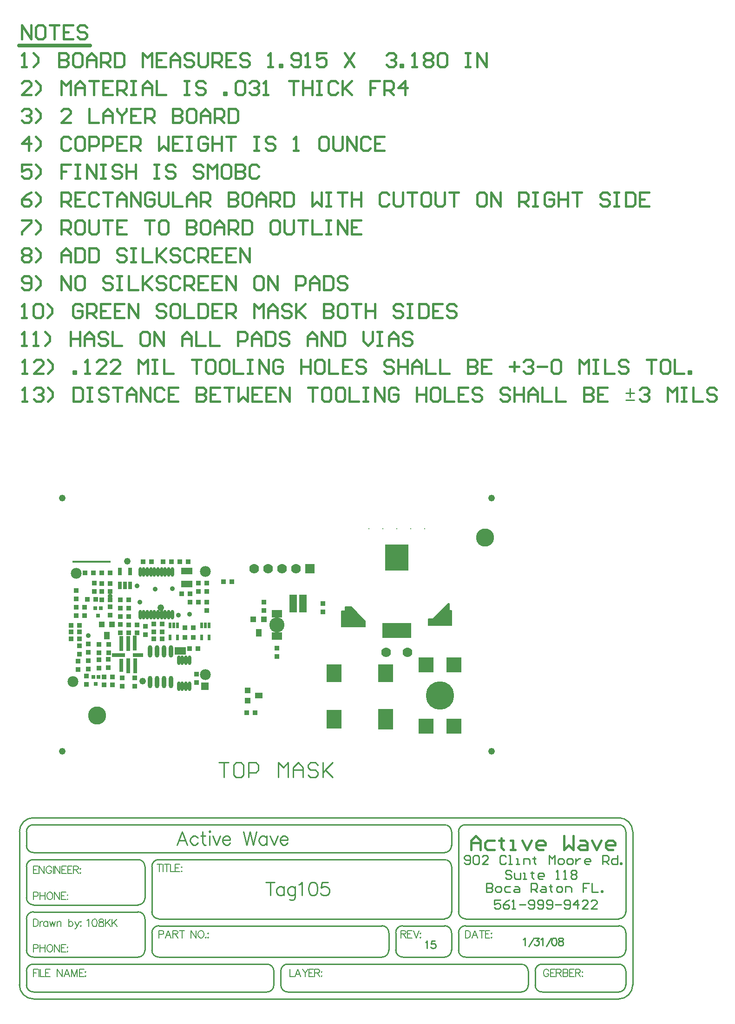
<source format=gts>
%FSLAX24Y24*%
%MOIN*%
G70*
G01*
G75*
G04 Layer_Color=16711935*
%ADD10O,0.0240X0.0800*%
%ADD11R,0.0300X0.0300*%
%ADD12R,0.0360X0.0360*%
%ADD13R,0.0500X0.0360*%
%ADD14R,0.0360X0.0360*%
%ADD15R,0.0360X0.0500*%
%ADD16C,0.0400*%
%ADD17R,0.0200X0.0500*%
%ADD18R,0.0236X0.0236*%
%ADD19R,0.0300X0.0300*%
%ADD20R,0.0740X0.0450*%
%ADD21R,0.0748X0.0433*%
%ADD22O,0.0160X0.0600*%
%ADD23R,0.0236X0.1000*%
%ADD24R,0.0236X0.0900*%
%ADD25R,0.0700X0.0236*%
%ADD26R,0.0900X0.0236*%
%ADD27O,0.0160X0.0600*%
%ADD28R,0.0138X0.0354*%
%ADD29R,0.0250X0.0300*%
%ADD30R,0.0640X0.0440*%
%ADD31R,0.0492X0.1181*%
%ADD32R,0.1000X0.1000*%
%ADD33R,0.1000X0.1400*%
%ADD34R,0.1000X0.1300*%
%ADD35R,0.1000X0.1200*%
%ADD36R,0.0138X0.0354*%
%ADD37R,0.0100X0.0100*%
%ADD38R,0.2000X0.1000*%
%ADD39R,0.1600X0.1800*%
%ADD40C,0.0120*%
%ADD41C,0.0150*%
%ADD42C,0.0100*%
%ADD43C,0.0400*%
%ADD44C,0.0250*%
%ADD45C,0.0160*%
%ADD46C,0.0200*%
%ADD47C,0.0140*%
%ADD48C,0.0300*%
%ADD49C,0.0740*%
%ADD50C,0.0060*%
%ADD51C,0.0080*%
%ADD52C,0.0090*%
%ADD53C,0.0050*%
%ADD54R,0.0500X0.0500*%
%ADD55C,0.0700*%
%ADD56C,0.0620*%
%ADD57R,0.0620X0.0620*%
%ADD58C,0.1220*%
%ADD59C,0.1000*%
%ADD60C,0.1950*%
%ADD61C,0.0280*%
%ADD62R,0.0700X0.0700*%
%ADD63R,0.2730X0.0180*%
%ADD64O,0.0320X0.0880*%
%ADD65R,0.0380X0.0380*%
%ADD66R,0.0440X0.0440*%
%ADD67R,0.0580X0.0440*%
%ADD68R,0.0440X0.0440*%
%ADD69R,0.0440X0.0580*%
%ADD70C,0.0480*%
%ADD71R,0.0280X0.0580*%
%ADD72R,0.0316X0.0316*%
%ADD73R,0.0380X0.0380*%
%ADD74R,0.0820X0.0530*%
%ADD75R,0.0828X0.0513*%
%ADD76O,0.0240X0.0680*%
%ADD77R,0.0316X0.1080*%
%ADD78R,0.0316X0.0980*%
%ADD79R,0.0780X0.0316*%
%ADD80R,0.0980X0.0316*%
%ADD81O,0.0240X0.0680*%
%ADD82R,0.0218X0.0434*%
%ADD83R,0.0330X0.0380*%
%ADD84R,0.0720X0.0520*%
%ADD85R,0.0572X0.1261*%
%ADD86R,0.1080X0.1080*%
%ADD87R,0.1080X0.1480*%
%ADD88R,0.1080X0.1380*%
%ADD89R,0.1080X0.1280*%
%ADD90R,0.0218X0.0434*%
%ADD91R,0.0180X0.0180*%
%ADD92R,0.2080X0.1080*%
%ADD93R,0.1680X0.1880*%
%ADD94R,0.0580X0.0580*%
%ADD95C,0.0780*%
%ADD96C,0.0080*%
%ADD97R,0.0080X0.0080*%
%ADD98C,0.1300*%
%ADD99C,0.1080*%
%ADD100C,0.2030*%
%ADD101C,0.0360*%
D41*
X29335Y-7069D02*
Y-6403D01*
X29668Y-6069D01*
X30002Y-6403D01*
Y-7069D01*
Y-6569D01*
X29335D01*
X31001Y-6403D02*
X30502D01*
X30335Y-6569D01*
Y-6902D01*
X30502Y-7069D01*
X31001D01*
X31501Y-6236D02*
Y-6403D01*
X31335D01*
X31668D01*
X31501D01*
Y-6902D01*
X31668Y-7069D01*
X32168D02*
X32501D01*
X32334D01*
Y-6403D01*
X32168D01*
X33001D02*
X33334Y-7069D01*
X33667Y-6403D01*
X34500Y-7069D02*
X34167D01*
X34000Y-6902D01*
Y-6569D01*
X34167Y-6403D01*
X34500D01*
X34667Y-6569D01*
Y-6736D01*
X34000D01*
X36000Y-6069D02*
Y-7069D01*
X36333Y-6736D01*
X36666Y-7069D01*
Y-6069D01*
X37166Y-6403D02*
X37499D01*
X37666Y-6569D01*
Y-7069D01*
X37166D01*
X36999Y-6902D01*
X37166Y-6736D01*
X37666D01*
X37999Y-6403D02*
X38332Y-7069D01*
X38666Y-6403D01*
X39499Y-7069D02*
X39165D01*
X38999Y-6902D01*
Y-6569D01*
X39165Y-6403D01*
X39499D01*
X39665Y-6569D01*
Y-6736D01*
X38999D01*
X-2884Y25105D02*
X-2551D01*
X-2717D01*
Y26105D01*
X-2884Y25938D01*
X-2051D02*
X-1884Y26105D01*
X-1551D01*
X-1385Y25938D01*
Y25771D01*
X-1551Y25605D01*
X-1718D01*
X-1551D01*
X-1385Y25438D01*
Y25272D01*
X-1551Y25105D01*
X-1884D01*
X-2051Y25272D01*
X-1051Y25105D02*
X-718Y25438D01*
Y25771D01*
X-1051Y26105D01*
X781D02*
Y25105D01*
X1281D01*
X1448Y25272D01*
Y25938D01*
X1281Y26105D01*
X781D01*
X1781D02*
X2114D01*
X1948D01*
Y25105D01*
X1781D01*
X2114D01*
X3281Y25938D02*
X3114Y26105D01*
X2781D01*
X2614Y25938D01*
Y25771D01*
X2781Y25605D01*
X3114D01*
X3281Y25438D01*
Y25272D01*
X3114Y25105D01*
X2781D01*
X2614Y25272D01*
X3614Y26105D02*
X4280D01*
X3947D01*
Y25105D01*
X4614D02*
Y25771D01*
X4947Y26105D01*
X5280Y25771D01*
Y25105D01*
Y25605D01*
X4614D01*
X5613Y25105D02*
Y26105D01*
X6280Y25105D01*
Y26105D01*
X7279Y25938D02*
X7113Y26105D01*
X6780D01*
X6613Y25938D01*
Y25272D01*
X6780Y25105D01*
X7113D01*
X7279Y25272D01*
X8279Y26105D02*
X7613D01*
Y25105D01*
X8279D01*
X7613Y25605D02*
X7946D01*
X9612Y26105D02*
Y25105D01*
X10112D01*
X10278Y25272D01*
Y25438D01*
X10112Y25605D01*
X9612D01*
X10112D01*
X10278Y25771D01*
Y25938D01*
X10112Y26105D01*
X9612D01*
X11278D02*
X10612D01*
Y25105D01*
X11278D01*
X10612Y25605D02*
X10945D01*
X11611Y26105D02*
X12278D01*
X11945D01*
Y25105D01*
X12611Y26105D02*
Y25105D01*
X12944Y25438D01*
X13277Y25105D01*
Y26105D01*
X14277D02*
X13611D01*
Y25105D01*
X14277D01*
X13611Y25605D02*
X13944D01*
X15277Y26105D02*
X14610D01*
Y25105D01*
X15277D01*
X14610Y25605D02*
X14944D01*
X15610Y25105D02*
Y26105D01*
X16276Y25105D01*
Y26105D01*
X17609D02*
X18276D01*
X17943D01*
Y25105D01*
X19109Y26105D02*
X18776D01*
X18609Y25938D01*
Y25272D01*
X18776Y25105D01*
X19109D01*
X19275Y25272D01*
Y25938D01*
X19109Y26105D01*
X20109D02*
X19775D01*
X19609Y25938D01*
Y25272D01*
X19775Y25105D01*
X20109D01*
X20275Y25272D01*
Y25938D01*
X20109Y26105D01*
X20608D02*
Y25105D01*
X21275D01*
X21608Y26105D02*
X21941D01*
X21775D01*
Y25105D01*
X21608D01*
X21941D01*
X22441D02*
Y26105D01*
X23108Y25105D01*
Y26105D01*
X24107Y25938D02*
X23941Y26105D01*
X23607D01*
X23441Y25938D01*
Y25272D01*
X23607Y25105D01*
X23941D01*
X24107Y25272D01*
Y25605D01*
X23774D01*
X25440Y26105D02*
Y25105D01*
Y25605D01*
X26107D01*
Y26105D01*
Y25105D01*
X26940Y26105D02*
X26606D01*
X26440Y25938D01*
Y25272D01*
X26606Y25105D01*
X26940D01*
X27106Y25272D01*
Y25938D01*
X26940Y26105D01*
X27439D02*
Y25105D01*
X28106D01*
X29106Y26105D02*
X28439D01*
Y25105D01*
X29106D01*
X28439Y25605D02*
X28772D01*
X30105Y25938D02*
X29939Y26105D01*
X29605D01*
X29439Y25938D01*
Y25771D01*
X29605Y25605D01*
X29939D01*
X30105Y25438D01*
Y25272D01*
X29939Y25105D01*
X29605D01*
X29439Y25272D01*
X32105Y25938D02*
X31938Y26105D01*
X31605D01*
X31438Y25938D01*
Y25771D01*
X31605Y25605D01*
X31938D01*
X32105Y25438D01*
Y25272D01*
X31938Y25105D01*
X31605D01*
X31438Y25272D01*
X32438Y26105D02*
Y25105D01*
Y25605D01*
X33104D01*
Y26105D01*
Y25105D01*
X33438D02*
Y25771D01*
X33771Y26105D01*
X34104Y25771D01*
Y25105D01*
Y25605D01*
X33438D01*
X34437Y26105D02*
Y25105D01*
X35104D01*
X35437Y26105D02*
Y25105D01*
X36103D01*
X37436Y26105D02*
Y25105D01*
X37936D01*
X38103Y25272D01*
Y25438D01*
X37936Y25605D01*
X37436D01*
X37936D01*
X38103Y25771D01*
Y25938D01*
X37936Y26105D01*
X37436D01*
X39102D02*
X38436D01*
Y25105D01*
X39102D01*
X38436Y25605D02*
X38769D01*
X41435Y25938D02*
X41602Y26105D01*
X41935D01*
X42101Y25938D01*
Y25771D01*
X41935Y25605D01*
X41768D01*
X41935D01*
X42101Y25438D01*
Y25272D01*
X41935Y25105D01*
X41602D01*
X41435Y25272D01*
X43434Y25105D02*
Y26105D01*
X43768Y25771D01*
X44101Y26105D01*
Y25105D01*
X44434Y26105D02*
X44767D01*
X44601D01*
Y25105D01*
X44434D01*
X44767D01*
X45267Y26105D02*
Y25105D01*
X45934D01*
X46933Y25938D02*
X46767Y26105D01*
X46433D01*
X46267Y25938D01*
Y25771D01*
X46433Y25605D01*
X46767D01*
X46933Y25438D01*
Y25272D01*
X46767Y25105D01*
X46433D01*
X46267Y25272D01*
X-2894Y29085D02*
X-2561D01*
X-2727D01*
Y30085D01*
X-2894Y29918D01*
X-2061Y29085D02*
X-1728D01*
X-1894D01*
Y30085D01*
X-2061Y29918D01*
X-1228Y29085D02*
X-895Y29418D01*
Y29751D01*
X-1228Y30085D01*
X605D02*
Y29085D01*
Y29585D01*
X1271D01*
Y30085D01*
Y29085D01*
X1605D02*
Y29751D01*
X1938Y30085D01*
X2271Y29751D01*
Y29085D01*
Y29585D01*
X1605D01*
X3271Y29918D02*
X3104Y30085D01*
X2771D01*
X2604Y29918D01*
Y29751D01*
X2771Y29585D01*
X3104D01*
X3271Y29418D01*
Y29252D01*
X3104Y29085D01*
X2771D01*
X2604Y29252D01*
X3604Y30085D02*
Y29085D01*
X4270D01*
X6103Y30085D02*
X5770D01*
X5603Y29918D01*
Y29252D01*
X5770Y29085D01*
X6103D01*
X6270Y29252D01*
Y29918D01*
X6103Y30085D01*
X6603Y29085D02*
Y30085D01*
X7269Y29085D01*
Y30085D01*
X8602Y29085D02*
Y29751D01*
X8935Y30085D01*
X9269Y29751D01*
Y29085D01*
Y29585D01*
X8602D01*
X9602Y30085D02*
Y29085D01*
X10268D01*
X10602Y30085D02*
Y29085D01*
X11268D01*
X12601D02*
Y30085D01*
X13101D01*
X13267Y29918D01*
Y29585D01*
X13101Y29418D01*
X12601D01*
X13601Y29085D02*
Y29751D01*
X13934Y30085D01*
X14267Y29751D01*
Y29085D01*
Y29585D01*
X13601D01*
X14600Y30085D02*
Y29085D01*
X15100D01*
X15267Y29252D01*
Y29918D01*
X15100Y30085D01*
X14600D01*
X16266Y29918D02*
X16100Y30085D01*
X15767D01*
X15600Y29918D01*
Y29751D01*
X15767Y29585D01*
X16100D01*
X16266Y29418D01*
Y29252D01*
X16100Y29085D01*
X15767D01*
X15600Y29252D01*
X17599Y29085D02*
Y29751D01*
X17933Y30085D01*
X18266Y29751D01*
Y29085D01*
Y29585D01*
X17599D01*
X18599Y29085D02*
Y30085D01*
X19265Y29085D01*
Y30085D01*
X19599D02*
Y29085D01*
X20099D01*
X20265Y29252D01*
Y29918D01*
X20099Y30085D01*
X19599D01*
X21598D02*
Y29418D01*
X21931Y29085D01*
X22264Y29418D01*
Y30085D01*
X22598D02*
X22931D01*
X22764D01*
Y29085D01*
X22598D01*
X22931D01*
X23431D02*
Y29751D01*
X23764Y30085D01*
X24097Y29751D01*
Y29085D01*
Y29585D01*
X23431D01*
X25097Y29918D02*
X24930Y30085D01*
X24597D01*
X24430Y29918D01*
Y29751D01*
X24597Y29585D01*
X24930D01*
X25097Y29418D01*
Y29252D01*
X24930Y29085D01*
X24597D01*
X24430Y29252D01*
X-2228Y47085D02*
X-2894D01*
X-2228Y47751D01*
Y47918D01*
X-2394Y48085D01*
X-2727D01*
X-2894Y47918D01*
X-1894Y47085D02*
X-1561Y47418D01*
Y47751D01*
X-1894Y48085D01*
X-62Y47085D02*
Y48085D01*
X272Y47751D01*
X605Y48085D01*
Y47085D01*
X938D02*
Y47751D01*
X1271Y48085D01*
X1605Y47751D01*
Y47085D01*
Y47585D01*
X938D01*
X1938Y48085D02*
X2604D01*
X2271D01*
Y47085D01*
X3604Y48085D02*
X2937D01*
Y47085D01*
X3604D01*
X2937Y47585D02*
X3271D01*
X3937Y47085D02*
Y48085D01*
X4437D01*
X4604Y47918D01*
Y47585D01*
X4437Y47418D01*
X3937D01*
X4270D02*
X4604Y47085D01*
X4937Y48085D02*
X5270D01*
X5103D01*
Y47085D01*
X4937D01*
X5270D01*
X5770D02*
Y47751D01*
X6103Y48085D01*
X6436Y47751D01*
Y47085D01*
Y47585D01*
X5770D01*
X6769Y48085D02*
Y47085D01*
X7436D01*
X8769Y48085D02*
X9102D01*
X8935D01*
Y47085D01*
X8769D01*
X9102D01*
X10268Y47918D02*
X10102Y48085D01*
X9769D01*
X9602Y47918D01*
Y47751D01*
X9769Y47585D01*
X10102D01*
X10268Y47418D01*
Y47252D01*
X10102Y47085D01*
X9769D01*
X9602Y47252D01*
X11601Y47085D02*
Y47252D01*
X11768D01*
Y47085D01*
X11601D01*
X12434Y47918D02*
X12601Y48085D01*
X12934D01*
X13101Y47918D01*
Y47252D01*
X12934Y47085D01*
X12601D01*
X12434Y47252D01*
Y47918D01*
X13434D02*
X13601Y48085D01*
X13934D01*
X14100Y47918D01*
Y47751D01*
X13934Y47585D01*
X13767D01*
X13934D01*
X14100Y47418D01*
Y47252D01*
X13934Y47085D01*
X13601D01*
X13434Y47252D01*
X14434Y47085D02*
X14767D01*
X14600D01*
Y48085D01*
X14434Y47918D01*
X16266Y48085D02*
X16933D01*
X16600D01*
Y47085D01*
X17266Y48085D02*
Y47085D01*
Y47585D01*
X17933D01*
Y48085D01*
Y47085D01*
X18266Y48085D02*
X18599D01*
X18432D01*
Y47085D01*
X18266D01*
X18599D01*
X19765Y47918D02*
X19599Y48085D01*
X19265D01*
X19099Y47918D01*
Y47252D01*
X19265Y47085D01*
X19599D01*
X19765Y47252D01*
X20099Y48085D02*
Y47085D01*
Y47418D01*
X20765Y48085D01*
X20265Y47585D01*
X20765Y47085D01*
X22764Y48085D02*
X22098D01*
Y47585D01*
X22431D01*
X22098D01*
Y47085D01*
X23098D02*
Y48085D01*
X23597D01*
X23764Y47918D01*
Y47585D01*
X23597Y47418D01*
X23098D01*
X23431D02*
X23764Y47085D01*
X24597D02*
Y48085D01*
X24097Y47585D01*
X24764D01*
X-2894Y33252D02*
X-2727Y33085D01*
X-2394D01*
X-2228Y33252D01*
Y33918D01*
X-2394Y34085D01*
X-2727D01*
X-2894Y33918D01*
Y33751D01*
X-2727Y33585D01*
X-2228D01*
X-1894Y33085D02*
X-1561Y33418D01*
Y33751D01*
X-1894Y34085D01*
X-62Y33085D02*
Y34085D01*
X605Y33085D01*
Y34085D01*
X1438D02*
X1105D01*
X938Y33918D01*
Y33252D01*
X1105Y33085D01*
X1438D01*
X1605Y33252D01*
Y33918D01*
X1438Y34085D01*
X3604Y33918D02*
X3437Y34085D01*
X3104D01*
X2937Y33918D01*
Y33751D01*
X3104Y33585D01*
X3437D01*
X3604Y33418D01*
Y33252D01*
X3437Y33085D01*
X3104D01*
X2937Y33252D01*
X3937Y34085D02*
X4270D01*
X4104D01*
Y33085D01*
X3937D01*
X4270D01*
X4770Y34085D02*
Y33085D01*
X5437D01*
X5770Y34085D02*
Y33085D01*
Y33418D01*
X6436Y34085D01*
X5936Y33585D01*
X6436Y33085D01*
X7436Y33918D02*
X7269Y34085D01*
X6936D01*
X6769Y33918D01*
Y33751D01*
X6936Y33585D01*
X7269D01*
X7436Y33418D01*
Y33252D01*
X7269Y33085D01*
X6936D01*
X6769Y33252D01*
X8436Y33918D02*
X8269Y34085D01*
X7936D01*
X7769Y33918D01*
Y33252D01*
X7936Y33085D01*
X8269D01*
X8436Y33252D01*
X8769Y33085D02*
Y34085D01*
X9269D01*
X9435Y33918D01*
Y33585D01*
X9269Y33418D01*
X8769D01*
X9102D02*
X9435Y33085D01*
X10435Y34085D02*
X9769D01*
Y33085D01*
X10435D01*
X9769Y33585D02*
X10102D01*
X11435Y34085D02*
X10768D01*
Y33085D01*
X11435D01*
X10768Y33585D02*
X11101D01*
X11768Y33085D02*
Y34085D01*
X12434Y33085D01*
Y34085D01*
X14267D02*
X13934D01*
X13767Y33918D01*
Y33252D01*
X13934Y33085D01*
X14267D01*
X14434Y33252D01*
Y33918D01*
X14267Y34085D01*
X14767Y33085D02*
Y34085D01*
X15433Y33085D01*
Y34085D01*
X16766Y33085D02*
Y34085D01*
X17266D01*
X17433Y33918D01*
Y33585D01*
X17266Y33418D01*
X16766D01*
X17766Y33085D02*
Y33751D01*
X18099Y34085D01*
X18432Y33751D01*
Y33085D01*
Y33585D01*
X17766D01*
X18766Y34085D02*
Y33085D01*
X19265D01*
X19432Y33252D01*
Y33918D01*
X19265Y34085D01*
X18766D01*
X20432Y33918D02*
X20265Y34085D01*
X19932D01*
X19765Y33918D01*
Y33751D01*
X19932Y33585D01*
X20265D01*
X20432Y33418D01*
Y33252D01*
X20265Y33085D01*
X19932D01*
X19765Y33252D01*
X-2894Y35918D02*
X-2727Y36085D01*
X-2394D01*
X-2228Y35918D01*
Y35751D01*
X-2394Y35585D01*
X-2228Y35418D01*
Y35252D01*
X-2394Y35085D01*
X-2727D01*
X-2894Y35252D01*
Y35418D01*
X-2727Y35585D01*
X-2894Y35751D01*
Y35918D01*
X-2727Y35585D02*
X-2394D01*
X-1894Y35085D02*
X-1561Y35418D01*
Y35751D01*
X-1894Y36085D01*
X-62Y35085D02*
Y35751D01*
X272Y36085D01*
X605Y35751D01*
Y35085D01*
Y35585D01*
X-62D01*
X938Y36085D02*
Y35085D01*
X1438D01*
X1605Y35252D01*
Y35918D01*
X1438Y36085D01*
X938D01*
X1938D02*
Y35085D01*
X2438D01*
X2604Y35252D01*
Y35918D01*
X2438Y36085D01*
X1938D01*
X4604Y35918D02*
X4437Y36085D01*
X4104D01*
X3937Y35918D01*
Y35751D01*
X4104Y35585D01*
X4437D01*
X4604Y35418D01*
Y35252D01*
X4437Y35085D01*
X4104D01*
X3937Y35252D01*
X4937Y36085D02*
X5270D01*
X5103D01*
Y35085D01*
X4937D01*
X5270D01*
X5770Y36085D02*
Y35085D01*
X6436D01*
X6769Y36085D02*
Y35085D01*
Y35418D01*
X7436Y36085D01*
X6936Y35585D01*
X7436Y35085D01*
X8436Y35918D02*
X8269Y36085D01*
X7936D01*
X7769Y35918D01*
Y35751D01*
X7936Y35585D01*
X8269D01*
X8436Y35418D01*
Y35252D01*
X8269Y35085D01*
X7936D01*
X7769Y35252D01*
X9435Y35918D02*
X9269Y36085D01*
X8935D01*
X8769Y35918D01*
Y35252D01*
X8935Y35085D01*
X9269D01*
X9435Y35252D01*
X9769Y35085D02*
Y36085D01*
X10268D01*
X10435Y35918D01*
Y35585D01*
X10268Y35418D01*
X9769D01*
X10102D02*
X10435Y35085D01*
X11435Y36085D02*
X10768D01*
Y35085D01*
X11435D01*
X10768Y35585D02*
X11101D01*
X12434Y36085D02*
X11768D01*
Y35085D01*
X12434D01*
X11768Y35585D02*
X12101D01*
X12768Y35085D02*
Y36085D01*
X13434Y35085D01*
Y36085D01*
X-2894Y38085D02*
X-2228D01*
Y37918D01*
X-2894Y37252D01*
Y37085D01*
X-1894D02*
X-1561Y37418D01*
Y37751D01*
X-1894Y38085D01*
X-62Y37085D02*
Y38085D01*
X438D01*
X605Y37918D01*
Y37585D01*
X438Y37418D01*
X-62D01*
X272D02*
X605Y37085D01*
X1438Y38085D02*
X1105D01*
X938Y37918D01*
Y37252D01*
X1105Y37085D01*
X1438D01*
X1605Y37252D01*
Y37918D01*
X1438Y38085D01*
X1938D02*
Y37252D01*
X2104Y37085D01*
X2438D01*
X2604Y37252D01*
Y38085D01*
X2937D02*
X3604D01*
X3271D01*
Y37085D01*
X4604Y38085D02*
X3937D01*
Y37085D01*
X4604D01*
X3937Y37585D02*
X4270D01*
X5936Y38085D02*
X6603D01*
X6270D01*
Y37085D01*
X7436Y38085D02*
X7103D01*
X6936Y37918D01*
Y37252D01*
X7103Y37085D01*
X7436D01*
X7603Y37252D01*
Y37918D01*
X7436Y38085D01*
X8935D02*
Y37085D01*
X9435D01*
X9602Y37252D01*
Y37418D01*
X9435Y37585D01*
X8935D01*
X9435D01*
X9602Y37751D01*
Y37918D01*
X9435Y38085D01*
X8935D01*
X10435D02*
X10102D01*
X9935Y37918D01*
Y37252D01*
X10102Y37085D01*
X10435D01*
X10602Y37252D01*
Y37918D01*
X10435Y38085D01*
X10935Y37085D02*
Y37751D01*
X11268Y38085D01*
X11601Y37751D01*
Y37085D01*
Y37585D01*
X10935D01*
X11934Y37085D02*
Y38085D01*
X12434D01*
X12601Y37918D01*
Y37585D01*
X12434Y37418D01*
X11934D01*
X12268D02*
X12601Y37085D01*
X12934Y38085D02*
Y37085D01*
X13434D01*
X13601Y37252D01*
Y37918D01*
X13434Y38085D01*
X12934D01*
X15433D02*
X15100D01*
X14934Y37918D01*
Y37252D01*
X15100Y37085D01*
X15433D01*
X15600Y37252D01*
Y37918D01*
X15433Y38085D01*
X15933D02*
Y37252D01*
X16100Y37085D01*
X16433D01*
X16600Y37252D01*
Y38085D01*
X16933D02*
X17599D01*
X17266D01*
Y37085D01*
X17933Y38085D02*
Y37085D01*
X18599D01*
X18932Y38085D02*
X19265D01*
X19099D01*
Y37085D01*
X18932D01*
X19265D01*
X19765D02*
Y38085D01*
X20432Y37085D01*
Y38085D01*
X21431D02*
X20765D01*
Y37085D01*
X21431D01*
X20765Y37585D02*
X21098D01*
X-2228Y40085D02*
X-2561Y39918D01*
X-2894Y39585D01*
Y39252D01*
X-2727Y39085D01*
X-2394D01*
X-2228Y39252D01*
Y39418D01*
X-2394Y39585D01*
X-2894D01*
X-1894Y39085D02*
X-1561Y39418D01*
Y39751D01*
X-1894Y40085D01*
X-62Y39085D02*
Y40085D01*
X438D01*
X605Y39918D01*
Y39585D01*
X438Y39418D01*
X-62D01*
X272D02*
X605Y39085D01*
X1605Y40085D02*
X938D01*
Y39085D01*
X1605D01*
X938Y39585D02*
X1271D01*
X2604Y39918D02*
X2438Y40085D01*
X2104D01*
X1938Y39918D01*
Y39252D01*
X2104Y39085D01*
X2438D01*
X2604Y39252D01*
X2937Y40085D02*
X3604D01*
X3271D01*
Y39085D01*
X3937D02*
Y39751D01*
X4270Y40085D01*
X4604Y39751D01*
Y39085D01*
Y39585D01*
X3937D01*
X4937Y39085D02*
Y40085D01*
X5603Y39085D01*
Y40085D01*
X6603Y39918D02*
X6436Y40085D01*
X6103D01*
X5936Y39918D01*
Y39252D01*
X6103Y39085D01*
X6436D01*
X6603Y39252D01*
Y39585D01*
X6270D01*
X6936Y40085D02*
Y39252D01*
X7103Y39085D01*
X7436D01*
X7603Y39252D01*
Y40085D01*
X7936D02*
Y39085D01*
X8602D01*
X8935D02*
Y39751D01*
X9269Y40085D01*
X9602Y39751D01*
Y39085D01*
Y39585D01*
X8935D01*
X9935Y39085D02*
Y40085D01*
X10435D01*
X10602Y39918D01*
Y39585D01*
X10435Y39418D01*
X9935D01*
X10268D02*
X10602Y39085D01*
X11934Y40085D02*
Y39085D01*
X12434D01*
X12601Y39252D01*
Y39418D01*
X12434Y39585D01*
X11934D01*
X12434D01*
X12601Y39751D01*
Y39918D01*
X12434Y40085D01*
X11934D01*
X13434D02*
X13101D01*
X12934Y39918D01*
Y39252D01*
X13101Y39085D01*
X13434D01*
X13601Y39252D01*
Y39918D01*
X13434Y40085D01*
X13934Y39085D02*
Y39751D01*
X14267Y40085D01*
X14600Y39751D01*
Y39085D01*
Y39585D01*
X13934D01*
X14934Y39085D02*
Y40085D01*
X15433D01*
X15600Y39918D01*
Y39585D01*
X15433Y39418D01*
X14934D01*
X15267D02*
X15600Y39085D01*
X15933Y40085D02*
Y39085D01*
X16433D01*
X16600Y39252D01*
Y39918D01*
X16433Y40085D01*
X15933D01*
X17933D02*
Y39085D01*
X18266Y39418D01*
X18599Y39085D01*
Y40085D01*
X18932D02*
X19265D01*
X19099D01*
Y39085D01*
X18932D01*
X19265D01*
X19765Y40085D02*
X20432D01*
X20099D01*
Y39085D01*
X20765Y40085D02*
Y39085D01*
Y39585D01*
X21431D01*
Y40085D01*
Y39085D01*
X23431Y39918D02*
X23264Y40085D01*
X22931D01*
X22764Y39918D01*
Y39252D01*
X22931Y39085D01*
X23264D01*
X23431Y39252D01*
X23764Y40085D02*
Y39252D01*
X23931Y39085D01*
X24264D01*
X24430Y39252D01*
Y40085D01*
X24764D02*
X25430D01*
X25097D01*
Y39085D01*
X26263Y40085D02*
X25930D01*
X25763Y39918D01*
Y39252D01*
X25930Y39085D01*
X26263D01*
X26430Y39252D01*
Y39918D01*
X26263Y40085D01*
X26763D02*
Y39252D01*
X26930Y39085D01*
X27263D01*
X27429Y39252D01*
Y40085D01*
X27763D02*
X28429D01*
X28096D01*
Y39085D01*
X30262Y40085D02*
X29929D01*
X29762Y39918D01*
Y39252D01*
X29929Y39085D01*
X30262D01*
X30429Y39252D01*
Y39918D01*
X30262Y40085D01*
X30762Y39085D02*
Y40085D01*
X31428Y39085D01*
Y40085D01*
X32761Y39085D02*
Y40085D01*
X33261D01*
X33428Y39918D01*
Y39585D01*
X33261Y39418D01*
X32761D01*
X33094D02*
X33428Y39085D01*
X33761Y40085D02*
X34094D01*
X33927D01*
Y39085D01*
X33761D01*
X34094D01*
X35260Y39918D02*
X35094Y40085D01*
X34760D01*
X34594Y39918D01*
Y39252D01*
X34760Y39085D01*
X35094D01*
X35260Y39252D01*
Y39585D01*
X34927D01*
X35594Y40085D02*
Y39085D01*
Y39585D01*
X36260D01*
Y40085D01*
Y39085D01*
X36593Y40085D02*
X37260D01*
X36926D01*
Y39085D01*
X39259Y39918D02*
X39092Y40085D01*
X38759D01*
X38593Y39918D01*
Y39751D01*
X38759Y39585D01*
X39092D01*
X39259Y39418D01*
Y39252D01*
X39092Y39085D01*
X38759D01*
X38593Y39252D01*
X39592Y40085D02*
X39925D01*
X39759D01*
Y39085D01*
X39592D01*
X39925D01*
X40425Y40085D02*
Y39085D01*
X40925D01*
X41092Y39252D01*
Y39918D01*
X40925Y40085D01*
X40425D01*
X42091D02*
X41425D01*
Y39085D01*
X42091D01*
X41425Y39585D02*
X41758D01*
X-2228Y42085D02*
X-2894D01*
Y41585D01*
X-2561Y41751D01*
X-2394D01*
X-2228Y41585D01*
Y41252D01*
X-2394Y41085D01*
X-2727D01*
X-2894Y41252D01*
X-1894Y41085D02*
X-1561Y41418D01*
Y41751D01*
X-1894Y42085D01*
X605D02*
X-62D01*
Y41585D01*
X272D01*
X-62D01*
Y41085D01*
X938Y42085D02*
X1271D01*
X1105D01*
Y41085D01*
X938D01*
X1271D01*
X1771D02*
Y42085D01*
X2438Y41085D01*
Y42085D01*
X2771D02*
X3104D01*
X2937D01*
Y41085D01*
X2771D01*
X3104D01*
X4270Y41918D02*
X4104Y42085D01*
X3770D01*
X3604Y41918D01*
Y41751D01*
X3770Y41585D01*
X4104D01*
X4270Y41418D01*
Y41252D01*
X4104Y41085D01*
X3770D01*
X3604Y41252D01*
X4604Y42085D02*
Y41085D01*
Y41585D01*
X5270D01*
Y42085D01*
Y41085D01*
X6603Y42085D02*
X6936D01*
X6769D01*
Y41085D01*
X6603D01*
X6936D01*
X8102Y41918D02*
X7936Y42085D01*
X7603D01*
X7436Y41918D01*
Y41751D01*
X7603Y41585D01*
X7936D01*
X8102Y41418D01*
Y41252D01*
X7936Y41085D01*
X7603D01*
X7436Y41252D01*
X10102Y41918D02*
X9935Y42085D01*
X9602D01*
X9435Y41918D01*
Y41751D01*
X9602Y41585D01*
X9935D01*
X10102Y41418D01*
Y41252D01*
X9935Y41085D01*
X9602D01*
X9435Y41252D01*
X10435Y41085D02*
Y42085D01*
X10768Y41751D01*
X11101Y42085D01*
Y41085D01*
X11934Y42085D02*
X11601D01*
X11435Y41918D01*
Y41252D01*
X11601Y41085D01*
X11934D01*
X12101Y41252D01*
Y41918D01*
X11934Y42085D01*
X12434D02*
Y41085D01*
X12934D01*
X13101Y41252D01*
Y41418D01*
X12934Y41585D01*
X12434D01*
X12934D01*
X13101Y41751D01*
Y41918D01*
X12934Y42085D01*
X12434D01*
X14100Y41918D02*
X13934Y42085D01*
X13601D01*
X13434Y41918D01*
Y41252D01*
X13601Y41085D01*
X13934D01*
X14100Y41252D01*
X-2394Y43085D02*
Y44085D01*
X-2894Y43585D01*
X-2228D01*
X-1894Y43085D02*
X-1561Y43418D01*
Y43751D01*
X-1894Y44085D01*
X605Y43918D02*
X438Y44085D01*
X105D01*
X-62Y43918D01*
Y43252D01*
X105Y43085D01*
X438D01*
X605Y43252D01*
X1438Y44085D02*
X1105D01*
X938Y43918D01*
Y43252D01*
X1105Y43085D01*
X1438D01*
X1605Y43252D01*
Y43918D01*
X1438Y44085D01*
X1938Y43085D02*
Y44085D01*
X2438D01*
X2604Y43918D01*
Y43585D01*
X2438Y43418D01*
X1938D01*
X2937Y43085D02*
Y44085D01*
X3437D01*
X3604Y43918D01*
Y43585D01*
X3437Y43418D01*
X2937D01*
X4604Y44085D02*
X3937D01*
Y43085D01*
X4604D01*
X3937Y43585D02*
X4270D01*
X4937Y43085D02*
Y44085D01*
X5437D01*
X5603Y43918D01*
Y43585D01*
X5437Y43418D01*
X4937D01*
X5270D02*
X5603Y43085D01*
X6936Y44085D02*
Y43085D01*
X7269Y43418D01*
X7603Y43085D01*
Y44085D01*
X8602D02*
X7936D01*
Y43085D01*
X8602D01*
X7936Y43585D02*
X8269D01*
X8935Y44085D02*
X9269D01*
X9102D01*
Y43085D01*
X8935D01*
X9269D01*
X10435Y43918D02*
X10268Y44085D01*
X9935D01*
X9769Y43918D01*
Y43252D01*
X9935Y43085D01*
X10268D01*
X10435Y43252D01*
Y43585D01*
X10102D01*
X10768Y44085D02*
Y43085D01*
Y43585D01*
X11435D01*
Y44085D01*
Y43085D01*
X11768Y44085D02*
X12434D01*
X12101D01*
Y43085D01*
X13767Y44085D02*
X14100D01*
X13934D01*
Y43085D01*
X13767D01*
X14100D01*
X15267Y43918D02*
X15100Y44085D01*
X14767D01*
X14600Y43918D01*
Y43751D01*
X14767Y43585D01*
X15100D01*
X15267Y43418D01*
Y43252D01*
X15100Y43085D01*
X14767D01*
X14600Y43252D01*
X16600Y43085D02*
X16933D01*
X16766D01*
Y44085D01*
X16600Y43918D01*
X18932Y44085D02*
X18599D01*
X18432Y43918D01*
Y43252D01*
X18599Y43085D01*
X18932D01*
X19099Y43252D01*
Y43918D01*
X18932Y44085D01*
X19432D02*
Y43252D01*
X19599Y43085D01*
X19932D01*
X20099Y43252D01*
Y44085D01*
X20432Y43085D02*
Y44085D01*
X21098Y43085D01*
Y44085D01*
X22098Y43918D02*
X21931Y44085D01*
X21598D01*
X21431Y43918D01*
Y43252D01*
X21598Y43085D01*
X21931D01*
X22098Y43252D01*
X23098Y44085D02*
X22431D01*
Y43085D01*
X23098D01*
X22431Y43585D02*
X22764D01*
X-2894Y45918D02*
X-2727Y46085D01*
X-2394D01*
X-2228Y45918D01*
Y45751D01*
X-2394Y45585D01*
X-2561D01*
X-2394D01*
X-2228Y45418D01*
Y45252D01*
X-2394Y45085D01*
X-2727D01*
X-2894Y45252D01*
X-1894Y45085D02*
X-1561Y45418D01*
Y45751D01*
X-1894Y46085D01*
X605Y45085D02*
X-62D01*
X605Y45751D01*
Y45918D01*
X438Y46085D01*
X105D01*
X-62Y45918D01*
X1938Y46085D02*
Y45085D01*
X2604D01*
X2937D02*
Y45751D01*
X3271Y46085D01*
X3604Y45751D01*
Y45085D01*
Y45585D01*
X2937D01*
X3937Y46085D02*
Y45918D01*
X4270Y45585D01*
X4604Y45918D01*
Y46085D01*
X4270Y45585D02*
Y45085D01*
X5603Y46085D02*
X4937D01*
Y45085D01*
X5603D01*
X4937Y45585D02*
X5270D01*
X5936Y45085D02*
Y46085D01*
X6436D01*
X6603Y45918D01*
Y45585D01*
X6436Y45418D01*
X5936D01*
X6270D02*
X6603Y45085D01*
X7936Y46085D02*
Y45085D01*
X8436D01*
X8602Y45252D01*
Y45418D01*
X8436Y45585D01*
X7936D01*
X8436D01*
X8602Y45751D01*
Y45918D01*
X8436Y46085D01*
X7936D01*
X9435D02*
X9102D01*
X8935Y45918D01*
Y45252D01*
X9102Y45085D01*
X9435D01*
X9602Y45252D01*
Y45918D01*
X9435Y46085D01*
X9935Y45085D02*
Y45751D01*
X10268Y46085D01*
X10602Y45751D01*
Y45085D01*
Y45585D01*
X9935D01*
X10935Y45085D02*
Y46085D01*
X11435D01*
X11601Y45918D01*
Y45585D01*
X11435Y45418D01*
X10935D01*
X11268D02*
X11601Y45085D01*
X11935Y46085D02*
Y45085D01*
X12434D01*
X12601Y45252D01*
Y45918D01*
X12434Y46085D01*
X11935D01*
X-2894Y31085D02*
X-2561D01*
X-2727D01*
Y32085D01*
X-2894Y31918D01*
X-2061D02*
X-1894Y32085D01*
X-1561D01*
X-1395Y31918D01*
Y31252D01*
X-1561Y31085D01*
X-1894D01*
X-2061Y31252D01*
Y31918D01*
X-1061Y31085D02*
X-728Y31418D01*
Y31751D01*
X-1061Y32085D01*
X1438Y31918D02*
X1271Y32085D01*
X938D01*
X771Y31918D01*
Y31252D01*
X938Y31085D01*
X1271D01*
X1438Y31252D01*
Y31585D01*
X1105D01*
X1771Y31085D02*
Y32085D01*
X2271D01*
X2438Y31918D01*
Y31585D01*
X2271Y31418D01*
X1771D01*
X2104D02*
X2438Y31085D01*
X3437Y32085D02*
X2771D01*
Y31085D01*
X3437D01*
X2771Y31585D02*
X3104D01*
X4437Y32085D02*
X3770D01*
Y31085D01*
X4437D01*
X3770Y31585D02*
X4104D01*
X4770Y31085D02*
Y32085D01*
X5437Y31085D01*
Y32085D01*
X7436Y31918D02*
X7269Y32085D01*
X6936D01*
X6769Y31918D01*
Y31751D01*
X6936Y31585D01*
X7269D01*
X7436Y31418D01*
Y31252D01*
X7269Y31085D01*
X6936D01*
X6769Y31252D01*
X8269Y32085D02*
X7936D01*
X7769Y31918D01*
Y31252D01*
X7936Y31085D01*
X8269D01*
X8436Y31252D01*
Y31918D01*
X8269Y32085D01*
X8769D02*
Y31085D01*
X9435D01*
X9769Y32085D02*
Y31085D01*
X10268D01*
X10435Y31252D01*
Y31918D01*
X10268Y32085D01*
X9769D01*
X11435D02*
X10768D01*
Y31085D01*
X11435D01*
X10768Y31585D02*
X11101D01*
X11768Y31085D02*
Y32085D01*
X12268D01*
X12434Y31918D01*
Y31585D01*
X12268Y31418D01*
X11768D01*
X12101D02*
X12434Y31085D01*
X13767D02*
Y32085D01*
X14100Y31751D01*
X14434Y32085D01*
Y31085D01*
X14767D02*
Y31751D01*
X15100Y32085D01*
X15433Y31751D01*
Y31085D01*
Y31585D01*
X14767D01*
X16433Y31918D02*
X16266Y32085D01*
X15933D01*
X15767Y31918D01*
Y31751D01*
X15933Y31585D01*
X16266D01*
X16433Y31418D01*
Y31252D01*
X16266Y31085D01*
X15933D01*
X15767Y31252D01*
X16766Y32085D02*
Y31085D01*
Y31418D01*
X17433Y32085D01*
X16933Y31585D01*
X17433Y31085D01*
X18766Y32085D02*
Y31085D01*
X19265D01*
X19432Y31252D01*
Y31418D01*
X19265Y31585D01*
X18766D01*
X19265D01*
X19432Y31751D01*
Y31918D01*
X19265Y32085D01*
X18766D01*
X20265D02*
X19932D01*
X19765Y31918D01*
Y31252D01*
X19932Y31085D01*
X20265D01*
X20432Y31252D01*
Y31918D01*
X20265Y32085D01*
X20765D02*
X21431D01*
X21098D01*
Y31085D01*
X21765Y32085D02*
Y31085D01*
Y31585D01*
X22431D01*
Y32085D01*
Y31085D01*
X24430Y31918D02*
X24264Y32085D01*
X23931D01*
X23764Y31918D01*
Y31751D01*
X23931Y31585D01*
X24264D01*
X24430Y31418D01*
Y31252D01*
X24264Y31085D01*
X23931D01*
X23764Y31252D01*
X24764Y32085D02*
X25097D01*
X24930D01*
Y31085D01*
X24764D01*
X25097D01*
X25597Y32085D02*
Y31085D01*
X26097D01*
X26263Y31252D01*
Y31918D01*
X26097Y32085D01*
X25597D01*
X27263D02*
X26596D01*
Y31085D01*
X27263D01*
X26596Y31585D02*
X26930D01*
X28263Y31918D02*
X28096Y32085D01*
X27763D01*
X27596Y31918D01*
Y31751D01*
X27763Y31585D01*
X28096D01*
X28263Y31418D01*
Y31252D01*
X28096Y31085D01*
X27763D01*
X27596Y31252D01*
X-2894Y51085D02*
Y52085D01*
X-2228Y51085D01*
Y52085D01*
X-1395D02*
X-1728D01*
X-1894Y51918D01*
Y51252D01*
X-1728Y51085D01*
X-1395D01*
X-1228Y51252D01*
Y51918D01*
X-1395Y52085D01*
X-895D02*
X-228D01*
X-561D01*
Y51085D01*
X771Y52085D02*
X105D01*
Y51085D01*
X771D01*
X105Y51585D02*
X438D01*
X1771Y51918D02*
X1605Y52085D01*
X1271D01*
X1105Y51918D01*
Y51751D01*
X1271Y51585D01*
X1605D01*
X1771Y51418D01*
Y51252D01*
X1605Y51085D01*
X1271D01*
X1105Y51252D01*
X-2894Y49085D02*
X-2561D01*
X-2727D01*
Y50085D01*
X-2894Y49918D01*
X-2061Y49085D02*
X-1728Y49418D01*
Y49751D01*
X-2061Y50085D01*
X-228D02*
Y49085D01*
X272D01*
X438Y49252D01*
Y49418D01*
X272Y49585D01*
X-228D01*
X272D01*
X438Y49751D01*
Y49918D01*
X272Y50085D01*
X-228D01*
X1271D02*
X938D01*
X771Y49918D01*
Y49252D01*
X938Y49085D01*
X1271D01*
X1438Y49252D01*
Y49918D01*
X1271Y50085D01*
X1771Y49085D02*
Y49751D01*
X2104Y50085D01*
X2438Y49751D01*
Y49085D01*
Y49585D01*
X1771D01*
X2771Y49085D02*
Y50085D01*
X3271D01*
X3437Y49918D01*
Y49585D01*
X3271Y49418D01*
X2771D01*
X3104D02*
X3437Y49085D01*
X3770Y50085D02*
Y49085D01*
X4270D01*
X4437Y49252D01*
Y49918D01*
X4270Y50085D01*
X3770D01*
X5770Y49085D02*
Y50085D01*
X6103Y49751D01*
X6436Y50085D01*
Y49085D01*
X7436Y50085D02*
X6769D01*
Y49085D01*
X7436D01*
X6769Y49585D02*
X7103D01*
X7769Y49085D02*
Y49751D01*
X8102Y50085D01*
X8436Y49751D01*
Y49085D01*
Y49585D01*
X7769D01*
X9435Y49918D02*
X9269Y50085D01*
X8935D01*
X8769Y49918D01*
Y49751D01*
X8935Y49585D01*
X9269D01*
X9435Y49418D01*
Y49252D01*
X9269Y49085D01*
X8935D01*
X8769Y49252D01*
X9769Y50085D02*
Y49252D01*
X9935Y49085D01*
X10268D01*
X10435Y49252D01*
Y50085D01*
X10768Y49085D02*
Y50085D01*
X11268D01*
X11435Y49918D01*
Y49585D01*
X11268Y49418D01*
X10768D01*
X11101D02*
X11435Y49085D01*
X12434Y50085D02*
X11768D01*
Y49085D01*
X12434D01*
X11768Y49585D02*
X12101D01*
X13434Y49918D02*
X13267Y50085D01*
X12934D01*
X12768Y49918D01*
Y49751D01*
X12934Y49585D01*
X13267D01*
X13434Y49418D01*
Y49252D01*
X13267Y49085D01*
X12934D01*
X12768Y49252D01*
X14767Y49085D02*
X15100D01*
X14934D01*
Y50085D01*
X14767Y49918D01*
X15600Y49085D02*
Y49252D01*
X15767D01*
Y49085D01*
X15600D01*
X16433Y49252D02*
X16600Y49085D01*
X16933D01*
X17099Y49252D01*
Y49918D01*
X16933Y50085D01*
X16600D01*
X16433Y49918D01*
Y49751D01*
X16600Y49585D01*
X17099D01*
X17433Y49085D02*
X17766D01*
X17599D01*
Y50085D01*
X17433Y49918D01*
X18932Y50085D02*
X18266D01*
Y49585D01*
X18599Y49751D01*
X18766D01*
X18932Y49585D01*
Y49252D01*
X18766Y49085D01*
X18432D01*
X18266Y49252D01*
X20265Y50085D02*
X20932Y49085D01*
Y50085D02*
X20265Y49085D01*
X23264Y49918D02*
X23431Y50085D01*
X23764D01*
X23931Y49918D01*
Y49751D01*
X23764Y49585D01*
X23597D01*
X23764D01*
X23931Y49418D01*
Y49252D01*
X23764Y49085D01*
X23431D01*
X23264Y49252D01*
X24264Y49085D02*
Y49252D01*
X24430D01*
Y49085D01*
X24264D01*
X25097D02*
X25430D01*
X25264D01*
Y50085D01*
X25097Y49918D01*
X25930D02*
X26097Y50085D01*
X26430D01*
X26596Y49918D01*
Y49751D01*
X26430Y49585D01*
X26596Y49418D01*
Y49252D01*
X26430Y49085D01*
X26097D01*
X25930Y49252D01*
Y49418D01*
X26097Y49585D01*
X25930Y49751D01*
Y49918D01*
X26097Y49585D02*
X26430D01*
X26930Y49918D02*
X27096Y50085D01*
X27429D01*
X27596Y49918D01*
Y49252D01*
X27429Y49085D01*
X27096D01*
X26930Y49252D01*
Y49918D01*
X28929Y50085D02*
X29262D01*
X29096D01*
Y49085D01*
X28929D01*
X29262D01*
X29762D02*
Y50085D01*
X30429Y49085D01*
Y50085D01*
X-2884Y27095D02*
X-2551D01*
X-2717D01*
Y28095D01*
X-2884Y27928D01*
X-1385Y27095D02*
X-2051D01*
X-1385Y27761D01*
Y27928D01*
X-1551Y28095D01*
X-1884D01*
X-2051Y27928D01*
X-1051Y27095D02*
X-718Y27428D01*
Y27761D01*
X-1051Y28095D01*
X781Y27095D02*
Y27262D01*
X948D01*
Y27095D01*
X781D01*
X1615D02*
X1948D01*
X1781D01*
Y28095D01*
X1615Y27928D01*
X3114Y27095D02*
X2448D01*
X3114Y27761D01*
Y27928D01*
X2947Y28095D01*
X2614D01*
X2448Y27928D01*
X4114Y27095D02*
X3447D01*
X4114Y27761D01*
Y27928D01*
X3947Y28095D01*
X3614D01*
X3447Y27928D01*
X5447Y27095D02*
Y28095D01*
X5780Y27761D01*
X6113Y28095D01*
Y27095D01*
X6446Y28095D02*
X6780D01*
X6613D01*
Y27095D01*
X6446D01*
X6780D01*
X7279Y28095D02*
Y27095D01*
X7946D01*
X9279Y28095D02*
X9945D01*
X9612D01*
Y27095D01*
X10778Y28095D02*
X10445D01*
X10278Y27928D01*
Y27262D01*
X10445Y27095D01*
X10778D01*
X10945Y27262D01*
Y27928D01*
X10778Y28095D01*
X11778D02*
X11445D01*
X11278Y27928D01*
Y27262D01*
X11445Y27095D01*
X11778D01*
X11945Y27262D01*
Y27928D01*
X11778Y28095D01*
X12278D02*
Y27095D01*
X12944D01*
X13277Y28095D02*
X13611D01*
X13444D01*
Y27095D01*
X13277D01*
X13611D01*
X14110D02*
Y28095D01*
X14777Y27095D01*
Y28095D01*
X15777Y27928D02*
X15610Y28095D01*
X15277D01*
X15110Y27928D01*
Y27262D01*
X15277Y27095D01*
X15610D01*
X15777Y27262D01*
Y27595D01*
X15443D01*
X17110Y28095D02*
Y27095D01*
Y27595D01*
X17776D01*
Y28095D01*
Y27095D01*
X18609Y28095D02*
X18276D01*
X18109Y27928D01*
Y27262D01*
X18276Y27095D01*
X18609D01*
X18776Y27262D01*
Y27928D01*
X18609Y28095D01*
X19109D02*
Y27095D01*
X19775D01*
X20775Y28095D02*
X20109D01*
Y27095D01*
X20775D01*
X20109Y27595D02*
X20442D01*
X21775Y27928D02*
X21608Y28095D01*
X21275D01*
X21108Y27928D01*
Y27761D01*
X21275Y27595D01*
X21608D01*
X21775Y27428D01*
Y27262D01*
X21608Y27095D01*
X21275D01*
X21108Y27262D01*
X23774Y27928D02*
X23607Y28095D01*
X23274D01*
X23108Y27928D01*
Y27761D01*
X23274Y27595D01*
X23607D01*
X23774Y27428D01*
Y27262D01*
X23607Y27095D01*
X23274D01*
X23108Y27262D01*
X24107Y28095D02*
Y27095D01*
Y27595D01*
X24774D01*
Y28095D01*
Y27095D01*
X25107D02*
Y27761D01*
X25440Y28095D01*
X25773Y27761D01*
Y27095D01*
Y27595D01*
X25107D01*
X26107Y28095D02*
Y27095D01*
X26773D01*
X27106Y28095D02*
Y27095D01*
X27773D01*
X29106Y28095D02*
Y27095D01*
X29605D01*
X29772Y27262D01*
Y27428D01*
X29605Y27595D01*
X29106D01*
X29605D01*
X29772Y27761D01*
Y27928D01*
X29605Y28095D01*
X29106D01*
X30772D02*
X30105D01*
Y27095D01*
X30772D01*
X30105Y27595D02*
X30439D01*
X32105D02*
X32771D01*
X32438Y27928D02*
Y27262D01*
X33104Y27928D02*
X33271Y28095D01*
X33604D01*
X33771Y27928D01*
Y27761D01*
X33604Y27595D01*
X33438D01*
X33604D01*
X33771Y27428D01*
Y27262D01*
X33604Y27095D01*
X33271D01*
X33104Y27262D01*
X34104Y27595D02*
X34770D01*
X35104Y27928D02*
X35270Y28095D01*
X35604D01*
X35770Y27928D01*
Y27262D01*
X35604Y27095D01*
X35270D01*
X35104Y27262D01*
Y27928D01*
X37103Y27095D02*
Y28095D01*
X37436Y27761D01*
X37769Y28095D01*
Y27095D01*
X38103Y28095D02*
X38436D01*
X38269D01*
Y27095D01*
X38103D01*
X38436D01*
X38936Y28095D02*
Y27095D01*
X39602D01*
X40602Y27928D02*
X40435Y28095D01*
X40102D01*
X39935Y27928D01*
Y27761D01*
X40102Y27595D01*
X40435D01*
X40602Y27428D01*
Y27262D01*
X40435Y27095D01*
X40102D01*
X39935Y27262D01*
X41935Y28095D02*
X42601D01*
X42268D01*
Y27095D01*
X43434Y28095D02*
X43101D01*
X42934Y27928D01*
Y27262D01*
X43101Y27095D01*
X43434D01*
X43601Y27262D01*
Y27928D01*
X43434Y28095D01*
X43934D02*
Y27095D01*
X44601D01*
X44934D02*
Y27262D01*
X45100D01*
Y27095D01*
X44934D01*
D42*
X11230Y-814D02*
X11941D01*
X11585D01*
Y-1880D01*
X12829Y-814D02*
X12474D01*
X12296Y-991D01*
Y-1702D01*
X12474Y-1880D01*
X12829D01*
X13007Y-1702D01*
Y-991D01*
X12829Y-814D01*
X13363Y-1880D02*
Y-814D01*
X13896D01*
X14074Y-991D01*
Y-1347D01*
X13896Y-1525D01*
X13363D01*
X15495Y-1880D02*
Y-814D01*
X15851Y-1169D01*
X16206Y-814D01*
Y-1880D01*
X16562D02*
Y-1169D01*
X16917Y-814D01*
X17272Y-1169D01*
Y-1880D01*
Y-1347D01*
X16562D01*
X18339Y-991D02*
X18161Y-814D01*
X17806D01*
X17628Y-991D01*
Y-1169D01*
X17806Y-1347D01*
X18161D01*
X18339Y-1525D01*
Y-1702D01*
X18161Y-1880D01*
X17806D01*
X17628Y-1702D01*
X18694Y-814D02*
Y-1880D01*
Y-1525D01*
X19405Y-814D01*
X18872Y-1347D01*
X19405Y-1880D01*
X15169Y-15772D02*
G03*
X14669Y-15272I-500J0D01*
G01*
X14681Y-17272D02*
G03*
X15169Y-16775I8J480D01*
G01*
X16169Y-15272D02*
G03*
X15669Y-15772I0J-500D01*
G01*
Y-16772D02*
G03*
X16160Y-17272I500J0D01*
G01*
X33419Y-15772D02*
G03*
X32919Y-15272I-500J0D01*
G01*
X32931Y-17272D02*
G03*
X33419Y-16775I8J480D01*
G01*
X33919Y-16782D02*
G03*
X34418Y-17272I490J0D01*
G01*
X34419Y-15272D02*
G03*
X33919Y-15772I0J-500D01*
G01*
X5919Y-8262D02*
G03*
X5429Y-7772I-490J0D01*
G01*
X5439Y-11022D02*
G03*
X5919Y-10542I0J480D01*
G01*
Y-12012D02*
G03*
X5412Y-11522I-490J0D01*
G01*
X6419Y-11532D02*
G03*
X6909Y-12022I490J0D01*
G01*
X6419Y-14282D02*
G03*
X6909Y-14772I490J0D01*
G01*
X5429D02*
G03*
X5919Y-14282I0J490D01*
G01*
X23419Y-13012D02*
G03*
X22929Y-12522I-490J0D01*
G01*
Y-14772D02*
G03*
X23419Y-14273I0J490D01*
G01*
X23919Y-14262D02*
G03*
X24420Y-14772I510J0D01*
G01*
X24399Y-12522D02*
G03*
X23920Y-13027I0J-480D01*
G01*
X6919Y-12522D02*
G03*
X6419Y-13022I0J-500D01*
G01*
X6919Y-7772D02*
G03*
X6419Y-8272I0J-500D01*
G01*
X-2581Y-14272D02*
G03*
X-2090Y-14772I500J0D01*
G01*
X-2081Y-11522D02*
G03*
X-2581Y-12022I0J-500D01*
G01*
Y-10522D02*
G03*
X-2081Y-11022I500J0D01*
G01*
Y-7772D02*
G03*
X-2581Y-8272I0J-500D01*
G01*
Y-6772D02*
G03*
X-2081Y-7272I500J0D01*
G01*
Y-5272D02*
G03*
X-2581Y-5772I0J-500D01*
G01*
X27919D02*
G03*
X27419Y-5272I-500J0D01*
G01*
X28919D02*
G03*
X28419Y-5772I0J-500D01*
G01*
X27419Y-7272D02*
G03*
X27919Y-6772I0J500D01*
G01*
Y-8272D02*
G03*
X27419Y-7772I-500J0D01*
G01*
X-2081Y-15272D02*
G03*
X-2581Y-15772I0J-500D01*
G01*
X27428Y-12022D02*
G03*
X27919Y-11522I-9J500D01*
G01*
X-2581Y-16772D02*
G03*
X-2090Y-17272I500J0D01*
G01*
X27919Y-13012D02*
G03*
X27429Y-12522I-490J0D01*
G01*
X28419Y-14282D02*
G03*
X28918Y-14772I490J0D01*
G01*
X27419Y-14772D02*
G03*
X27919Y-14272I0J500D01*
G01*
X39919Y-17272D02*
G03*
X40419Y-16772I0J500D01*
G01*
X40419Y-15763D02*
G03*
X39919Y-15272I-500J-9D01*
G01*
Y-14772D02*
G03*
X40419Y-14272I0J500D01*
G01*
Y-5762D02*
G03*
X39912Y-5272I-490J0D01*
G01*
X40919Y-5772D02*
G03*
X39919Y-4772I-1000J0D01*
G01*
Y-17772D02*
G03*
X40919Y-16772I0J1000D01*
G01*
X-3081Y-16762D02*
G03*
X-2088Y-17772I1010J0D01*
G01*
X-2081Y-4772D02*
G03*
X-3081Y-5772I0J-1000D01*
G01*
X28419Y-11522D02*
G03*
X28919Y-12022I500J0D01*
G01*
X39919D02*
G03*
X40419Y-11522I0J500D01*
G01*
X28919Y-12522D02*
G03*
X28419Y-13022I0J-500D01*
G01*
X40419Y-13012D02*
G03*
X39929Y-12522I-490J0D01*
G01*
X16169Y-17272D02*
X32919D01*
X-2081D02*
X14669D01*
X-2081Y-15272D02*
X14669D01*
X16169D02*
X32919D01*
X34419Y-17272D02*
X39919D01*
X34419Y-15272D02*
X39919D01*
X-2081Y-5272D02*
X27419D01*
X-2081Y-17772D02*
X39919D01*
X-2081Y-4772D02*
X39919D01*
X-2081Y-14772D02*
X5419D01*
X-2081Y-11522D02*
X5419D01*
X-2081Y-11022D02*
X5419D01*
X-2081Y-7772D02*
X5419D01*
X-2081Y-7272D02*
X27419D01*
X6919Y-7772D02*
X27419D01*
X6919Y-12522D02*
X22919D01*
X6919Y-14772D02*
X22919D01*
X24419D02*
X27419D01*
X24419Y-12522D02*
X27419D01*
X28919Y-14772D02*
X39919D01*
X28919Y-5272D02*
X39919D01*
X6919Y-12022D02*
X27419D01*
X28919D02*
X39919D01*
X28919Y-12522D02*
X39919D01*
X15169Y-16772D02*
Y-15772D01*
X15669Y-16772D02*
Y-15772D01*
X33419Y-16772D02*
Y-15772D01*
X33919Y-16772D02*
Y-15772D01*
X40919Y-16772D02*
Y-5772D01*
X-2581Y-14272D02*
Y-12022D01*
X5919Y-14272D02*
Y-12022D01*
X-2581Y-10522D02*
Y-8272D01*
X5919Y-10522D02*
Y-8272D01*
X-2581Y-6772D02*
Y-5772D01*
X27919Y-6772D02*
Y-5772D01*
Y-11522D02*
Y-8272D01*
X6419Y-11522D02*
Y-8272D01*
X23419Y-14272D02*
Y-13022D01*
X6419Y-14272D02*
Y-13022D01*
X23919Y-14272D02*
Y-13022D01*
X27919Y-14272D02*
Y-13022D01*
X40419Y-16772D02*
Y-15772D01*
X-2581Y-16772D02*
Y-15772D01*
X-3081Y-16772D02*
Y-5772D01*
X28419Y-11522D02*
Y-5772D01*
X40419Y-11522D02*
Y-5772D01*
X28419Y-14272D02*
Y-13022D01*
X40419Y-14272D02*
Y-13012D01*
X30435Y-9479D02*
Y-10119D01*
X30755D01*
X30862Y-10012D01*
Y-9906D01*
X30755Y-9799D01*
X30435D01*
X30755D01*
X30862Y-9692D01*
Y-9586D01*
X30755Y-9479D01*
X30435D01*
X31182Y-10119D02*
X31395D01*
X31502Y-10012D01*
Y-9799D01*
X31395Y-9692D01*
X31182D01*
X31075Y-9799D01*
Y-10012D01*
X31182Y-10119D01*
X32141Y-9692D02*
X31821D01*
X31715Y-9799D01*
Y-10012D01*
X31821Y-10119D01*
X32141D01*
X32461Y-9692D02*
X32675D01*
X32781Y-9799D01*
Y-10119D01*
X32461D01*
X32355Y-10012D01*
X32461Y-9906D01*
X32781D01*
X33634Y-10119D02*
Y-9479D01*
X33954D01*
X34061Y-9586D01*
Y-9799D01*
X33954Y-9906D01*
X33634D01*
X33847D02*
X34061Y-10119D01*
X34381Y-9692D02*
X34594D01*
X34701Y-9799D01*
Y-10119D01*
X34381D01*
X34274Y-10012D01*
X34381Y-9906D01*
X34701D01*
X35020Y-9586D02*
Y-9692D01*
X34914D01*
X35127D01*
X35020D01*
Y-10012D01*
X35127Y-10119D01*
X35554D02*
X35767D01*
X35873Y-10012D01*
Y-9799D01*
X35767Y-9692D01*
X35554D01*
X35447Y-9799D01*
Y-10012D01*
X35554Y-10119D01*
X36087D02*
Y-9692D01*
X36407D01*
X36513Y-9799D01*
Y-10119D01*
X37793Y-9479D02*
X37366D01*
Y-9799D01*
X37580D01*
X37366D01*
Y-10119D01*
X38006Y-9479D02*
Y-10119D01*
X38433D01*
X38646D02*
Y-10012D01*
X38753D01*
Y-10119D01*
X38646D01*
X28835Y-8012D02*
X28942Y-8119D01*
X29155D01*
X29262Y-8012D01*
Y-7586D01*
X29155Y-7479D01*
X28942D01*
X28835Y-7586D01*
Y-7692D01*
X28942Y-7799D01*
X29262D01*
X29475Y-7586D02*
X29582Y-7479D01*
X29795D01*
X29902Y-7586D01*
Y-8012D01*
X29795Y-8119D01*
X29582D01*
X29475Y-8012D01*
Y-7586D01*
X30541Y-8119D02*
X30115D01*
X30541Y-7692D01*
Y-7586D01*
X30435Y-7479D01*
X30221D01*
X30115Y-7586D01*
X31821D02*
X31714Y-7479D01*
X31501D01*
X31394Y-7586D01*
Y-8012D01*
X31501Y-8119D01*
X31714D01*
X31821Y-8012D01*
X32034Y-8119D02*
X32247D01*
X32141D01*
Y-7479D01*
X32034D01*
X32567Y-8119D02*
X32781D01*
X32674D01*
Y-7692D01*
X32567D01*
X33101Y-8119D02*
Y-7692D01*
X33420D01*
X33527Y-7799D01*
Y-8119D01*
X33847Y-7586D02*
Y-7692D01*
X33740D01*
X33954D01*
X33847D01*
Y-8012D01*
X33954Y-8119D01*
X34913D02*
Y-7479D01*
X35127Y-7692D01*
X35340Y-7479D01*
Y-8119D01*
X35660D02*
X35873D01*
X35980Y-8012D01*
Y-7799D01*
X35873Y-7692D01*
X35660D01*
X35553Y-7799D01*
Y-8012D01*
X35660Y-8119D01*
X36299D02*
X36513D01*
X36619Y-8012D01*
Y-7799D01*
X36513Y-7692D01*
X36299D01*
X36193Y-7799D01*
Y-8012D01*
X36299Y-8119D01*
X36833Y-7692D02*
Y-8119D01*
Y-7906D01*
X36939Y-7799D01*
X37046Y-7692D01*
X37153D01*
X37792Y-8119D02*
X37579D01*
X37472Y-8012D01*
Y-7799D01*
X37579Y-7692D01*
X37792D01*
X37899Y-7799D01*
Y-7906D01*
X37472D01*
X38752Y-8119D02*
Y-7479D01*
X39072D01*
X39179Y-7586D01*
Y-7799D01*
X39072Y-7906D01*
X38752D01*
X38965D02*
X39179Y-8119D01*
X39818Y-7479D02*
Y-8119D01*
X39498D01*
X39392Y-8012D01*
Y-7799D01*
X39498Y-7692D01*
X39818D01*
X40032Y-8119D02*
Y-8012D01*
X40138D01*
Y-8119D01*
X40032D01*
X31412Y-10679D02*
X30985D01*
Y-10999D01*
X31198Y-10892D01*
X31305D01*
X31412Y-10999D01*
Y-11212D01*
X31305Y-11319D01*
X31092D01*
X30985Y-11212D01*
X32052Y-10679D02*
X31838Y-10786D01*
X31625Y-10999D01*
Y-11212D01*
X31732Y-11319D01*
X31945D01*
X32052Y-11212D01*
Y-11106D01*
X31945Y-10999D01*
X31625D01*
X32265Y-11319D02*
X32478D01*
X32371D01*
Y-10679D01*
X32265Y-10786D01*
X32798Y-10999D02*
X33224D01*
X33438Y-11212D02*
X33544Y-11319D01*
X33758D01*
X33864Y-11212D01*
Y-10786D01*
X33758Y-10679D01*
X33544D01*
X33438Y-10786D01*
Y-10892D01*
X33544Y-10999D01*
X33864D01*
X34078Y-11212D02*
X34184Y-11319D01*
X34397D01*
X34504Y-11212D01*
Y-10786D01*
X34397Y-10679D01*
X34184D01*
X34078Y-10786D01*
Y-10892D01*
X34184Y-10999D01*
X34504D01*
X34717Y-11212D02*
X34824Y-11319D01*
X35037D01*
X35144Y-11212D01*
Y-10786D01*
X35037Y-10679D01*
X34824D01*
X34717Y-10786D01*
Y-10892D01*
X34824Y-10999D01*
X35144D01*
X35357D02*
X35784D01*
X35997Y-11212D02*
X36104Y-11319D01*
X36317D01*
X36423Y-11212D01*
Y-10786D01*
X36317Y-10679D01*
X36104D01*
X35997Y-10786D01*
Y-10892D01*
X36104Y-10999D01*
X36423D01*
X36957Y-11319D02*
Y-10679D01*
X36637Y-10999D01*
X37063D01*
X37703Y-11319D02*
X37277D01*
X37703Y-10892D01*
Y-10786D01*
X37596Y-10679D01*
X37383D01*
X37277Y-10786D01*
X38343Y-11319D02*
X37916D01*
X38343Y-10892D01*
Y-10786D01*
X38236Y-10679D01*
X38023D01*
X37916Y-10786D01*
X32212Y-8636D02*
X32105Y-8529D01*
X31892D01*
X31785Y-8636D01*
Y-8742D01*
X31892Y-8849D01*
X32105D01*
X32212Y-8956D01*
Y-9062D01*
X32105Y-9169D01*
X31892D01*
X31785Y-9062D01*
X32425Y-8742D02*
Y-9062D01*
X32532Y-9169D01*
X32852D01*
Y-8742D01*
X33065Y-9169D02*
X33278D01*
X33171D01*
Y-8742D01*
X33065D01*
X33705Y-8636D02*
Y-8742D01*
X33598D01*
X33811D01*
X33705D01*
Y-9062D01*
X33811Y-9169D01*
X34451D02*
X34238D01*
X34131Y-9062D01*
Y-8849D01*
X34238Y-8742D01*
X34451D01*
X34558Y-8849D01*
Y-8956D01*
X34131D01*
X35411Y-9169D02*
X35624D01*
X35517D01*
Y-8529D01*
X35411Y-8636D01*
X35944Y-9169D02*
X36157D01*
X36051D01*
Y-8529D01*
X35944Y-8636D01*
X36477D02*
X36584Y-8529D01*
X36797D01*
X36904Y-8636D01*
Y-8742D01*
X36797Y-8849D01*
X36904Y-8956D01*
Y-9062D01*
X36797Y-9169D01*
X36584D01*
X36477Y-9062D01*
Y-8956D01*
X36584Y-8849D01*
X36477Y-8742D01*
Y-8636D01*
X36584Y-8849D02*
X36797D01*
X40410Y25190D02*
X41030D01*
X40720Y25390D02*
Y26030D01*
X40410Y25710D02*
X41030D01*
D44*
X-3094Y50635D02*
X2006D01*
D51*
X20185Y8931D02*
Y10061D01*
X20035Y9381D02*
X21685D01*
X20285Y8931D02*
Y10061D01*
X20235Y8931D02*
Y10061D01*
X20035Y8931D02*
Y10061D01*
Y8931D02*
Y10061D01*
X20135Y8931D02*
Y10061D01*
X20085Y8931D02*
Y10061D01*
X20035Y9031D02*
X21725D01*
X20035Y9081D02*
X21725D01*
X20035Y8931D02*
X21725D01*
X20035Y8981D02*
X21725D01*
X20035Y9281D02*
X21725D01*
X20035Y9331D02*
X21725D01*
X20035Y9131D02*
X21725D01*
X20035Y9231D02*
X21725D01*
X20035Y9181D02*
X21725D01*
X20035Y9981D02*
X21085D01*
X20035Y10031D02*
X21035D01*
X20035Y9881D02*
X21185D01*
X20035Y9931D02*
X21135D01*
X20035Y10061D02*
X20305D01*
Y10081D02*
X20985D01*
X20305Y10181D02*
X20885D01*
X20305Y10231D02*
X20835D01*
X20035Y9531D02*
X21535D01*
X20035Y9581D02*
X21485D01*
X20035Y9431D02*
X21635D01*
X20035Y9481D02*
X21585D01*
X20035Y9781D02*
X21285D01*
X20035Y9831D02*
X21235D01*
X20035Y9631D02*
X21435D01*
X20035Y9731D02*
X21335D01*
X20035Y9681D02*
X21385D01*
X20585Y8931D02*
Y10351D01*
X20535Y8931D02*
Y10351D01*
X20685Y8931D02*
Y10351D01*
X20635Y8931D02*
Y10351D01*
X20385Y8931D02*
Y10351D01*
X20335Y8931D02*
Y10351D01*
X20485Y8931D02*
Y10351D01*
X20435Y8931D02*
Y10351D01*
X21035Y8931D02*
Y10031D01*
X20985Y8931D02*
Y10081D01*
X21535Y8931D02*
Y9531D01*
X21485Y8931D02*
Y9581D01*
X20785Y8931D02*
Y10281D01*
X20735Y8931D02*
Y10331D01*
X20935Y8931D02*
Y10131D01*
X20835Y8931D02*
Y10231D01*
X20885Y8931D02*
Y10181D01*
X21135Y8931D02*
Y9931D01*
X21085Y8931D02*
Y9981D01*
X21235Y8931D02*
Y9831D01*
X21185Y8931D02*
Y9881D01*
X20305Y10061D02*
Y10351D01*
X20715D01*
X20305Y10131D02*
X20935D01*
X20305Y10331D02*
X20735D01*
X20305Y10281D02*
X20785D01*
X21635Y8931D02*
Y9431D01*
X21585Y8931D02*
Y9481D01*
X21725Y8931D02*
Y9341D01*
X21685Y8931D02*
Y9381D01*
X21285Y8931D02*
Y9781D01*
X20715Y10351D02*
X21725Y9341D01*
X21435Y8931D02*
Y9631D01*
X21335Y8931D02*
Y9731D01*
X21385Y8931D02*
Y9681D01*
X26285Y9031D02*
Y9501D01*
X26275Y9031D02*
Y9501D01*
X26385Y9031D02*
Y9501D01*
X26335Y9031D02*
Y9501D01*
X26485Y9031D02*
Y9501D01*
X26435Y9031D02*
Y9501D01*
X26635Y9031D02*
Y9551D01*
X26535Y9031D02*
Y9501D01*
X26585Y9031D02*
Y9501D01*
X26275Y9031D02*
X27925D01*
X26275Y9081D02*
X27925D01*
X26735Y9031D02*
Y9651D01*
X26685Y9031D02*
Y9601D01*
X26835Y9031D02*
Y9751D01*
X26785Y9031D02*
Y9701D01*
X26985Y9031D02*
Y9901D01*
X26885Y9031D02*
Y9801D01*
X26935Y9031D02*
Y9851D01*
X26275Y9281D02*
X27925D01*
X26275Y9331D02*
X27925D01*
X26275Y9131D02*
X27925D01*
X26275Y9181D02*
X27925D01*
X26275Y9381D02*
X27925D01*
X26275Y9431D02*
X27925D01*
X26275Y9481D02*
X27925D01*
X26275Y9501D02*
X26585D01*
X27685Y10601D01*
X26275Y9231D02*
X27925D01*
X26615Y9531D02*
X27925D01*
X26665Y9581D02*
X27925D01*
X26715Y9631D02*
X27925D01*
X26765Y9681D02*
X27925D01*
X26815Y9731D02*
X27925D01*
X26865Y9781D02*
X27925D01*
X26965Y9881D02*
X27925D01*
X26915Y9831D02*
X27925D01*
X27135Y9031D02*
Y10051D01*
X27085Y9031D02*
Y10001D01*
X27235Y9031D02*
Y10151D01*
X27185Y9031D02*
Y10101D01*
X27335Y9031D02*
Y10251D01*
X27285Y9031D02*
Y10201D01*
X27485Y9031D02*
Y10401D01*
X27385Y9031D02*
Y10301D01*
X27435Y9031D02*
Y10351D01*
X27835Y9031D02*
Y10091D01*
X27785Y9031D02*
Y10091D01*
X27925Y9031D02*
Y10091D01*
X27885Y9031D02*
Y10091D01*
X27585Y9031D02*
Y10501D01*
X27535Y9031D02*
Y10451D01*
X27735Y9031D02*
Y10601D01*
X27635Y9031D02*
Y10551D01*
X27685Y9031D02*
Y10601D01*
X27035Y9031D02*
Y9951D01*
X27215Y10131D02*
X27765D01*
X27265Y10181D02*
X27765D01*
X27315Y10231D02*
X27765D01*
X27365Y10281D02*
X27765D01*
X27415Y10331D02*
X27765D01*
Y10091D02*
Y10601D01*
X27665Y10581D02*
X27765D01*
X27615Y10531D02*
X27765D01*
X27015Y9931D02*
X27925D01*
X27065Y9981D02*
X27925D01*
X27115Y10031D02*
X27925D01*
X27165Y10081D02*
X27925D01*
X27465Y10381D02*
X27765D01*
X27515Y10431D02*
X27765D01*
Y10091D02*
X27925D01*
X27685Y10601D02*
X27765D01*
X27565Y10481D02*
X27765D01*
X1749Y-12151D02*
X1800Y-12125D01*
X1876Y-12049D01*
Y-12582D01*
X2292Y-12049D02*
X2216Y-12075D01*
X2165Y-12151D01*
X2140Y-12278D01*
Y-12354D01*
X2165Y-12481D01*
X2216Y-12557D01*
X2292Y-12582D01*
X2343D01*
X2419Y-12557D01*
X2470Y-12481D01*
X2495Y-12354D01*
Y-12278D01*
X2470Y-12151D01*
X2419Y-12075D01*
X2343Y-12049D01*
X2292D01*
X2742D02*
X2665Y-12075D01*
X2640Y-12125D01*
Y-12176D01*
X2665Y-12227D01*
X2716Y-12252D01*
X2818Y-12278D01*
X2894Y-12303D01*
X2945Y-12354D01*
X2970Y-12405D01*
Y-12481D01*
X2945Y-12532D01*
X2919Y-12557D01*
X2843Y-12582D01*
X2742D01*
X2665Y-12557D01*
X2640Y-12532D01*
X2615Y-12481D01*
Y-12405D01*
X2640Y-12354D01*
X2691Y-12303D01*
X2767Y-12278D01*
X2869Y-12252D01*
X2919Y-12227D01*
X2945Y-12176D01*
Y-12125D01*
X2919Y-12075D01*
X2843Y-12049D01*
X2742D01*
X3090D02*
Y-12582D01*
X3445Y-12049D02*
X3090Y-12405D01*
X3216Y-12278D02*
X3445Y-12582D01*
X3564Y-12049D02*
Y-12582D01*
X3920Y-12049D02*
X3564Y-12405D01*
X3691Y-12278D02*
X3920Y-12582D01*
D52*
X14920Y-9390D02*
Y-10350D01*
X14600Y-9390D02*
X15240D01*
X15903Y-9710D02*
Y-10350D01*
Y-9847D02*
X15811Y-9756D01*
X15720Y-9710D01*
X15583D01*
X15491Y-9756D01*
X15400Y-9847D01*
X15354Y-9984D01*
Y-10076D01*
X15400Y-10213D01*
X15491Y-10304D01*
X15583Y-10350D01*
X15720D01*
X15811Y-10304D01*
X15903Y-10213D01*
X16707Y-9710D02*
Y-10441D01*
X16661Y-10579D01*
X16616Y-10624D01*
X16524Y-10670D01*
X16387D01*
X16296Y-10624D01*
X16707Y-9847D02*
X16616Y-9756D01*
X16524Y-9710D01*
X16387D01*
X16296Y-9756D01*
X16204Y-9847D01*
X16159Y-9984D01*
Y-10076D01*
X16204Y-10213D01*
X16296Y-10304D01*
X16387Y-10350D01*
X16524D01*
X16616Y-10304D01*
X16707Y-10213D01*
X16963Y-9573D02*
X17054Y-9527D01*
X17191Y-9390D01*
Y-10350D01*
X17941Y-9390D02*
X17804Y-9436D01*
X17712Y-9573D01*
X17667Y-9802D01*
Y-9939D01*
X17712Y-10167D01*
X17804Y-10304D01*
X17941Y-10350D01*
X18032D01*
X18170Y-10304D01*
X18261Y-10167D01*
X18307Y-9939D01*
Y-9802D01*
X18261Y-9573D01*
X18170Y-9436D01*
X18032Y-9390D01*
X17941D01*
X19070D02*
X18613D01*
X18567Y-9802D01*
X18613Y-9756D01*
X18750Y-9710D01*
X18887D01*
X19024Y-9756D01*
X19116Y-9847D01*
X19161Y-9984D01*
Y-10076D01*
X19116Y-10213D01*
X19024Y-10304D01*
X18887Y-10350D01*
X18750D01*
X18613Y-10304D01*
X18567Y-10259D01*
X18521Y-10167D01*
X8950Y-6722D02*
X8585Y-5762D01*
X8219Y-6722D01*
X8356Y-6402D02*
X8813D01*
X9723Y-6219D02*
X9631Y-6128D01*
X9540Y-6082D01*
X9403D01*
X9312Y-6128D01*
X9220Y-6219D01*
X9174Y-6356D01*
Y-6448D01*
X9220Y-6585D01*
X9312Y-6676D01*
X9403Y-6722D01*
X9540D01*
X9631Y-6676D01*
X9723Y-6585D01*
X10066Y-5762D02*
Y-6539D01*
X10111Y-6676D01*
X10203Y-6722D01*
X10294D01*
X9929Y-6082D02*
X10248D01*
X10523Y-5762D02*
X10568Y-5808D01*
X10614Y-5762D01*
X10568Y-5716D01*
X10523Y-5762D01*
X10568Y-6082D02*
Y-6722D01*
X10783Y-6082D02*
X11057Y-6722D01*
X11332Y-6082D02*
X11057Y-6722D01*
X11487Y-6356D02*
X12036D01*
Y-6265D01*
X11990Y-6173D01*
X11944Y-6128D01*
X11853Y-6082D01*
X11716D01*
X11624Y-6128D01*
X11533Y-6219D01*
X11487Y-6356D01*
Y-6448D01*
X11533Y-6585D01*
X11624Y-6676D01*
X11716Y-6722D01*
X11853D01*
X11944Y-6676D01*
X12036Y-6585D01*
X12995Y-5762D02*
X13224Y-6722D01*
X13452Y-5762D02*
X13224Y-6722D01*
X13452Y-5762D02*
X13681Y-6722D01*
X13909Y-5762D02*
X13681Y-6722D01*
X14650Y-6082D02*
Y-6722D01*
Y-6219D02*
X14558Y-6128D01*
X14467Y-6082D01*
X14330D01*
X14238Y-6128D01*
X14147Y-6219D01*
X14101Y-6356D01*
Y-6448D01*
X14147Y-6585D01*
X14238Y-6676D01*
X14330Y-6722D01*
X14467D01*
X14558Y-6676D01*
X14650Y-6585D01*
X14906Y-6082D02*
X15180Y-6722D01*
X15454Y-6082D02*
X15180Y-6722D01*
X15610Y-6356D02*
X16158D01*
Y-6265D01*
X16112Y-6173D01*
X16067Y-6128D01*
X15975Y-6082D01*
X15838D01*
X15747Y-6128D01*
X15655Y-6219D01*
X15610Y-6356D01*
Y-6448D01*
X15655Y-6585D01*
X15747Y-6676D01*
X15838Y-6722D01*
X15975D01*
X16067Y-6676D01*
X16158Y-6585D01*
X26044Y-13715D02*
X26095Y-13690D01*
X26171Y-13614D01*
Y-14147D01*
X26740Y-13614D02*
X26486D01*
X26461Y-13842D01*
X26486Y-13817D01*
X26562Y-13791D01*
X26638D01*
X26715Y-13817D01*
X26765Y-13867D01*
X26791Y-13944D01*
Y-13994D01*
X26765Y-14071D01*
X26715Y-14121D01*
X26638Y-14147D01*
X26562D01*
X26486Y-14121D01*
X26461Y-14096D01*
X26435Y-14045D01*
X33067Y-13495D02*
X33118Y-13469D01*
X33194Y-13393D01*
Y-13926D01*
X33458Y-14003D02*
X33813Y-13393D01*
X33900D02*
X34179D01*
X34027Y-13596D01*
X34103D01*
X34154Y-13622D01*
X34179Y-13647D01*
X34204Y-13723D01*
Y-13774D01*
X34179Y-13850D01*
X34128Y-13901D01*
X34052Y-13926D01*
X33976D01*
X33900Y-13901D01*
X33874Y-13876D01*
X33849Y-13825D01*
X34324Y-13495D02*
X34375Y-13469D01*
X34451Y-13393D01*
Y-13926D01*
X34715Y-14003D02*
X35070Y-13393D01*
X35258D02*
X35182Y-13419D01*
X35131Y-13495D01*
X35106Y-13622D01*
Y-13698D01*
X35131Y-13825D01*
X35182Y-13901D01*
X35258Y-13926D01*
X35309D01*
X35385Y-13901D01*
X35436Y-13825D01*
X35461Y-13698D01*
Y-13622D01*
X35436Y-13495D01*
X35385Y-13419D01*
X35309Y-13393D01*
X35258D01*
X35708D02*
X35631Y-13419D01*
X35606Y-13469D01*
Y-13520D01*
X35631Y-13571D01*
X35682Y-13596D01*
X35784Y-13622D01*
X35860Y-13647D01*
X35911Y-13698D01*
X35936Y-13749D01*
Y-13825D01*
X35911Y-13876D01*
X35885Y-13901D01*
X35809Y-13926D01*
X35708D01*
X35631Y-13901D01*
X35606Y-13876D01*
X35581Y-13825D01*
Y-13749D01*
X35606Y-13698D01*
X35657Y-13647D01*
X35733Y-13622D01*
X35835Y-13596D01*
X35885Y-13571D01*
X35911Y-13520D01*
Y-13469D01*
X35885Y-13419D01*
X35809Y-13393D01*
X35708D01*
D53*
X34900Y-15766D02*
X34875Y-15715D01*
X34824Y-15664D01*
X34773Y-15639D01*
X34672D01*
X34621Y-15664D01*
X34570Y-15715D01*
X34545Y-15766D01*
X34519Y-15842D01*
Y-15969D01*
X34545Y-16045D01*
X34570Y-16096D01*
X34621Y-16146D01*
X34672Y-16172D01*
X34773D01*
X34824Y-16146D01*
X34875Y-16096D01*
X34900Y-16045D01*
Y-15969D01*
X34773D02*
X34900D01*
X35352Y-15639D02*
X35022D01*
Y-16172D01*
X35352D01*
X35022Y-15892D02*
X35225D01*
X35441Y-15639D02*
Y-16172D01*
Y-15639D02*
X35669D01*
X35746Y-15664D01*
X35771Y-15689D01*
X35796Y-15740D01*
Y-15791D01*
X35771Y-15842D01*
X35746Y-15867D01*
X35669Y-15892D01*
X35441D01*
X35619D02*
X35796Y-16172D01*
X35916Y-15639D02*
Y-16172D01*
Y-15639D02*
X36144D01*
X36220Y-15664D01*
X36246Y-15689D01*
X36271Y-15740D01*
Y-15791D01*
X36246Y-15842D01*
X36220Y-15867D01*
X36144Y-15892D01*
X35916D02*
X36144D01*
X36220Y-15918D01*
X36246Y-15943D01*
X36271Y-15994D01*
Y-16070D01*
X36246Y-16121D01*
X36220Y-16146D01*
X36144Y-16172D01*
X35916D01*
X36721Y-15639D02*
X36391D01*
Y-16172D01*
X36721D01*
X36391Y-15892D02*
X36594D01*
X36810Y-15639D02*
Y-16172D01*
Y-15639D02*
X37038D01*
X37114Y-15664D01*
X37140Y-15689D01*
X37165Y-15740D01*
Y-15791D01*
X37140Y-15842D01*
X37114Y-15867D01*
X37038Y-15892D01*
X36810D01*
X36987D02*
X37165Y-16172D01*
X37310Y-15816D02*
X37284Y-15842D01*
X37310Y-15867D01*
X37335Y-15842D01*
X37310Y-15816D01*
Y-16121D02*
X37284Y-16146D01*
X37310Y-16172D01*
X37335Y-16146D01*
X37310Y-16121D01*
X-2081Y-15639D02*
Y-16172D01*
Y-15639D02*
X-1751D01*
X-2081Y-15892D02*
X-1878D01*
X-1690Y-15639D02*
Y-16172D01*
X-1578Y-15639D02*
Y-16172D01*
X-1273D01*
X-885Y-15639D02*
X-1215D01*
Y-16172D01*
X-885D01*
X-1215Y-15892D02*
X-1012D01*
X-377Y-15639D02*
Y-16172D01*
Y-15639D02*
X-22Y-16172D01*
Y-15639D02*
Y-16172D01*
X532D02*
X329Y-15639D01*
X126Y-16172D01*
X202Y-15994D02*
X456D01*
X656Y-15639D02*
Y-16172D01*
Y-15639D02*
X860Y-16172D01*
X1063Y-15639D02*
X860Y-16172D01*
X1063Y-15639D02*
Y-16172D01*
X1545Y-15639D02*
X1215D01*
Y-16172D01*
X1545D01*
X1215Y-15892D02*
X1418D01*
X1659Y-15816D02*
X1634Y-15842D01*
X1659Y-15867D01*
X1685Y-15842D01*
X1659Y-15816D01*
Y-16121D02*
X1634Y-16146D01*
X1659Y-16172D01*
X1685Y-16146D01*
X1659Y-16121D01*
X-2081Y-12039D02*
Y-12572D01*
Y-12039D02*
X-1903D01*
X-1827Y-12064D01*
X-1776Y-12115D01*
X-1751Y-12166D01*
X-1725Y-12242D01*
Y-12369D01*
X-1751Y-12445D01*
X-1776Y-12496D01*
X-1827Y-12546D01*
X-1903Y-12572D01*
X-2081D01*
X-1606Y-12216D02*
Y-12572D01*
Y-12369D02*
X-1581Y-12292D01*
X-1530Y-12242D01*
X-1479Y-12216D01*
X-1403D01*
X-1050D02*
Y-12572D01*
Y-12292D02*
X-1101Y-12242D01*
X-1151Y-12216D01*
X-1228D01*
X-1278Y-12242D01*
X-1329Y-12292D01*
X-1355Y-12369D01*
Y-12419D01*
X-1329Y-12496D01*
X-1278Y-12546D01*
X-1228Y-12572D01*
X-1151D01*
X-1101Y-12546D01*
X-1050Y-12496D01*
X-908Y-12216D02*
X-806Y-12572D01*
X-705Y-12216D02*
X-806Y-12572D01*
X-705Y-12216D02*
X-603Y-12572D01*
X-501Y-12216D02*
X-603Y-12572D01*
X-377Y-12216D02*
Y-12572D01*
Y-12318D02*
X-301Y-12242D01*
X-250Y-12216D01*
X-174D01*
X-123Y-12242D01*
X-98Y-12318D01*
Y-12572D01*
X461Y-12039D02*
Y-12572D01*
Y-12292D02*
X512Y-12242D01*
X562Y-12216D01*
X639D01*
X689Y-12242D01*
X740Y-12292D01*
X766Y-12369D01*
Y-12419D01*
X740Y-12496D01*
X689Y-12546D01*
X639Y-12572D01*
X562D01*
X512Y-12546D01*
X461Y-12496D01*
X905Y-12216D02*
X1058Y-12572D01*
X1210Y-12216D02*
X1058Y-12572D01*
X1007Y-12673D01*
X956Y-12724D01*
X905Y-12750D01*
X880D01*
X1324Y-12216D02*
X1299Y-12242D01*
X1324Y-12267D01*
X1350Y-12242D01*
X1324Y-12216D01*
Y-12521D02*
X1299Y-12546D01*
X1324Y-12572D01*
X1350Y-12546D01*
X1324Y-12521D01*
X6972Y-8114D02*
Y-8647D01*
X6794Y-8114D02*
X7150D01*
X7213D02*
Y-8647D01*
X7503Y-8114D02*
Y-8647D01*
X7325Y-8114D02*
X7680D01*
X7744D02*
Y-8647D01*
X8049D01*
X8437Y-8114D02*
X8107D01*
Y-8647D01*
X8437D01*
X8107Y-8367D02*
X8310D01*
X8551Y-8291D02*
X8526Y-8317D01*
X8551Y-8342D01*
X8577Y-8317D01*
X8551Y-8291D01*
Y-8596D02*
X8526Y-8621D01*
X8551Y-8647D01*
X8577Y-8621D01*
X8551Y-8596D01*
X6919Y-13143D02*
X7148D01*
X7224Y-13117D01*
X7249Y-13092D01*
X7275Y-13041D01*
Y-12965D01*
X7249Y-12914D01*
X7224Y-12889D01*
X7148Y-12864D01*
X6919D01*
Y-13397D01*
X7800D02*
X7597Y-12864D01*
X7394Y-13397D01*
X7470Y-13219D02*
X7724D01*
X7925Y-12864D02*
Y-13397D01*
Y-12864D02*
X8153D01*
X8229Y-12889D01*
X8255Y-12914D01*
X8280Y-12965D01*
Y-13016D01*
X8255Y-13067D01*
X8229Y-13092D01*
X8153Y-13117D01*
X7925D01*
X8102D02*
X8280Y-13397D01*
X8577Y-12864D02*
Y-13397D01*
X8400Y-12864D02*
X8755D01*
X9237D02*
Y-13397D01*
Y-12864D02*
X9593Y-13397D01*
Y-12864D02*
Y-13397D01*
X9893Y-12864D02*
X9842Y-12889D01*
X9791Y-12940D01*
X9766Y-12991D01*
X9740Y-13067D01*
Y-13194D01*
X9766Y-13270D01*
X9791Y-13321D01*
X9842Y-13371D01*
X9893Y-13397D01*
X9994D01*
X10045Y-13371D01*
X10096Y-13321D01*
X10121Y-13270D01*
X10146Y-13194D01*
Y-13067D01*
X10121Y-12991D01*
X10096Y-12940D01*
X10045Y-12889D01*
X9994Y-12864D01*
X9893D01*
X10296Y-13346D02*
X10271Y-13371D01*
X10296Y-13397D01*
X10322Y-13371D01*
X10296Y-13346D01*
X10464Y-13041D02*
X10438Y-13067D01*
X10464Y-13092D01*
X10489Y-13067D01*
X10464Y-13041D01*
Y-13346D02*
X10438Y-13371D01*
X10464Y-13397D01*
X10489Y-13371D01*
X10464Y-13346D01*
X-1751Y-8239D02*
X-2081D01*
Y-8772D01*
X-1751D01*
X-2081Y-8492D02*
X-1878D01*
X-1662Y-8239D02*
Y-8772D01*
Y-8239D02*
X-1306Y-8772D01*
Y-8239D02*
Y-8772D01*
X-778Y-8366D02*
X-804Y-8315D01*
X-854Y-8264D01*
X-905Y-8239D01*
X-1007D01*
X-1058Y-8264D01*
X-1108Y-8315D01*
X-1134Y-8366D01*
X-1159Y-8442D01*
Y-8569D01*
X-1134Y-8645D01*
X-1108Y-8696D01*
X-1058Y-8746D01*
X-1007Y-8772D01*
X-905D01*
X-854Y-8746D01*
X-804Y-8696D01*
X-778Y-8645D01*
Y-8569D01*
X-905D02*
X-778D01*
X-656Y-8239D02*
Y-8772D01*
X-545Y-8239D02*
Y-8772D01*
Y-8239D02*
X-189Y-8772D01*
Y-8239D02*
Y-8772D01*
X288Y-8239D02*
X-42D01*
Y-8772D01*
X288D01*
X-42Y-8492D02*
X161D01*
X707Y-8239D02*
X377D01*
Y-8772D01*
X707D01*
X377Y-8492D02*
X580D01*
X796Y-8239D02*
Y-8772D01*
Y-8239D02*
X1025D01*
X1101Y-8264D01*
X1126Y-8289D01*
X1152Y-8340D01*
Y-8391D01*
X1126Y-8442D01*
X1101Y-8467D01*
X1025Y-8492D01*
X796D01*
X974D02*
X1152Y-8772D01*
X1296Y-8416D02*
X1271Y-8442D01*
X1296Y-8467D01*
X1322Y-8442D01*
X1296Y-8416D01*
Y-8721D02*
X1271Y-8746D01*
X1296Y-8772D01*
X1322Y-8746D01*
X1296Y-8721D01*
X16319Y-15639D02*
Y-16172D01*
X16624D01*
X17089D02*
X16885Y-15639D01*
X16682Y-16172D01*
X16758Y-15994D02*
X17012D01*
X17213Y-15639D02*
X17416Y-15892D01*
Y-16172D01*
X17619Y-15639D02*
X17416Y-15892D01*
X18018Y-15639D02*
X17688D01*
Y-16172D01*
X18018D01*
X17688Y-15892D02*
X17891D01*
X18107Y-15639D02*
Y-16172D01*
Y-15639D02*
X18335D01*
X18411Y-15664D01*
X18437Y-15689D01*
X18462Y-15740D01*
Y-15791D01*
X18437Y-15842D01*
X18411Y-15867D01*
X18335Y-15892D01*
X18107D01*
X18284D02*
X18462Y-16172D01*
X18607Y-15816D02*
X18582Y-15842D01*
X18607Y-15867D01*
X18632Y-15842D01*
X18607Y-15816D01*
Y-16121D02*
X18582Y-16146D01*
X18607Y-16172D01*
X18632Y-16146D01*
X18607Y-16121D01*
X-2081Y-14143D02*
X-1852D01*
X-1776Y-14117D01*
X-1751Y-14092D01*
X-1725Y-14041D01*
Y-13965D01*
X-1751Y-13914D01*
X-1776Y-13889D01*
X-1852Y-13864D01*
X-2081D01*
Y-14397D01*
X-1606Y-13864D02*
Y-14397D01*
X-1250Y-13864D02*
Y-14397D01*
X-1606Y-14117D02*
X-1250D01*
X-951Y-13864D02*
X-1002Y-13889D01*
X-1052Y-13940D01*
X-1078Y-13991D01*
X-1103Y-14067D01*
Y-14194D01*
X-1078Y-14270D01*
X-1052Y-14321D01*
X-1002Y-14371D01*
X-951Y-14397D01*
X-849D01*
X-799Y-14371D01*
X-748Y-14321D01*
X-722Y-14270D01*
X-697Y-14194D01*
Y-14067D01*
X-722Y-13991D01*
X-748Y-13940D01*
X-799Y-13889D01*
X-849Y-13864D01*
X-951D01*
X-573D02*
Y-14397D01*
Y-13864D02*
X-217Y-14397D01*
Y-13864D02*
Y-14397D01*
X260Y-13864D02*
X-70D01*
Y-14397D01*
X260D01*
X-70Y-14117D02*
X133D01*
X375Y-14041D02*
X349Y-14067D01*
X375Y-14092D01*
X400Y-14067D01*
X375Y-14041D01*
Y-14346D02*
X349Y-14371D01*
X375Y-14397D01*
X400Y-14371D01*
X375Y-14346D01*
X-2081Y-10393D02*
X-1852D01*
X-1776Y-10367D01*
X-1751Y-10342D01*
X-1725Y-10291D01*
Y-10215D01*
X-1751Y-10164D01*
X-1776Y-10139D01*
X-1852Y-10114D01*
X-2081D01*
Y-10647D01*
X-1606Y-10114D02*
Y-10647D01*
X-1250Y-10114D02*
Y-10647D01*
X-1606Y-10367D02*
X-1250D01*
X-951Y-10114D02*
X-1002Y-10139D01*
X-1052Y-10190D01*
X-1078Y-10241D01*
X-1103Y-10317D01*
Y-10444D01*
X-1078Y-10520D01*
X-1052Y-10571D01*
X-1002Y-10621D01*
X-951Y-10647D01*
X-849D01*
X-799Y-10621D01*
X-748Y-10571D01*
X-722Y-10520D01*
X-697Y-10444D01*
Y-10317D01*
X-722Y-10241D01*
X-748Y-10190D01*
X-799Y-10139D01*
X-849Y-10114D01*
X-951D01*
X-573D02*
Y-10647D01*
Y-10114D02*
X-217Y-10647D01*
Y-10114D02*
Y-10647D01*
X260Y-10114D02*
X-70D01*
Y-10647D01*
X260D01*
X-70Y-10367D02*
X133D01*
X375Y-10291D02*
X349Y-10317D01*
X375Y-10342D01*
X400Y-10317D01*
X375Y-10291D01*
Y-10596D02*
X349Y-10621D01*
X375Y-10647D01*
X400Y-10621D01*
X375Y-10596D01*
X24294Y-12864D02*
Y-13397D01*
Y-12864D02*
X24523D01*
X24599Y-12889D01*
X24624Y-12914D01*
X24650Y-12965D01*
Y-13016D01*
X24624Y-13067D01*
X24599Y-13092D01*
X24523Y-13117D01*
X24294D01*
X24472D02*
X24650Y-13397D01*
X25099Y-12864D02*
X24769D01*
Y-13397D01*
X25099D01*
X24769Y-13117D02*
X24972D01*
X25188Y-12864D02*
X25391Y-13397D01*
X25594Y-12864D02*
X25391Y-13397D01*
X25688Y-13041D02*
X25663Y-13067D01*
X25688Y-13092D01*
X25714Y-13067D01*
X25688Y-13041D01*
Y-13346D02*
X25663Y-13371D01*
X25688Y-13397D01*
X25714Y-13371D01*
X25688Y-13346D01*
X28919Y-12864D02*
Y-13397D01*
Y-12864D02*
X29097D01*
X29173Y-12889D01*
X29224Y-12940D01*
X29249Y-12991D01*
X29275Y-13067D01*
Y-13194D01*
X29249Y-13270D01*
X29224Y-13321D01*
X29173Y-13371D01*
X29097Y-13397D01*
X28919D01*
X29800D02*
X29597Y-12864D01*
X29394Y-13397D01*
X29470Y-13219D02*
X29724D01*
X30102Y-12864D02*
Y-13397D01*
X29925Y-12864D02*
X30280D01*
X30674D02*
X30344D01*
Y-13397D01*
X30674D01*
X30344Y-13117D02*
X30547D01*
X30788Y-13041D02*
X30763Y-13067D01*
X30788Y-13092D01*
X30813Y-13067D01*
X30788Y-13041D01*
Y-13346D02*
X30763Y-13371D01*
X30788Y-13397D01*
X30813Y-13371D01*
X30788Y-13346D01*
D55*
X13750Y13100D02*
D03*
X15750D02*
D03*
X14750D02*
D03*
X23225Y7111D02*
D03*
X24775D02*
D03*
X16750Y13100D02*
D03*
D62*
X17750D02*
D03*
D63*
X2105Y13610D02*
D03*
D64*
X7780Y4950D02*
D03*
X6780Y7150D02*
D03*
X7780D02*
D03*
X7280D02*
D03*
X6280D02*
D03*
X7280Y4950D02*
D03*
X6780D02*
D03*
X6280D02*
D03*
D65*
X10360Y10710D02*
D03*
Y10110D02*
D03*
X14450Y10100D02*
D03*
X2610Y7660D02*
D03*
X5204Y5266D02*
D03*
X1710Y4810D02*
D03*
X9609Y4930D02*
D03*
X3310Y7660D02*
D03*
X10350Y12060D02*
D03*
X4160Y9080D02*
D03*
X3300Y6610D02*
D03*
X2610Y6550D02*
D03*
Y7060D02*
D03*
Y5950D02*
D03*
X1860Y7710D02*
D03*
X5204Y4666D02*
D03*
X4304D02*
D03*
X3300Y6010D02*
D03*
X1240Y6950D02*
D03*
X1110Y6469D02*
D03*
X1860Y7110D02*
D03*
X1110Y5869D02*
D03*
X1710Y5410D02*
D03*
X1240Y7550D02*
D03*
X4160Y8480D02*
D03*
X14450Y10700D02*
D03*
X10350Y11460D02*
D03*
X4304Y5266D02*
D03*
X3310Y7060D02*
D03*
X9609Y5530D02*
D03*
X2290Y11470D02*
D03*
Y12070D02*
D03*
X990Y10320D02*
D03*
Y9720D02*
D03*
X3420Y10350D02*
D03*
X1590Y9720D02*
D03*
X3420Y9750D02*
D03*
X1590Y10320D02*
D03*
X15400Y7400D02*
D03*
X1850Y6510D02*
D03*
Y5910D02*
D03*
X990Y11520D02*
D03*
Y10920D02*
D03*
X5960Y8960D02*
D03*
Y8360D02*
D03*
X4160Y10260D02*
D03*
X15400Y6800D02*
D03*
X4160Y9660D02*
D03*
X9760Y12060D02*
D03*
Y11460D02*
D03*
X4760Y9660D02*
D03*
X18700Y10600D02*
D03*
Y10000D02*
D03*
X4760Y10260D02*
D03*
D66*
X13290Y4370D02*
D03*
Y3620D02*
D03*
D67*
X14090Y3990D02*
D03*
D68*
X14450Y9450D02*
D03*
X13702D02*
D03*
X2810Y9080D02*
D03*
X3560D02*
D03*
D69*
X14076Y8505D02*
D03*
X3180Y8280D02*
D03*
D70*
X30800Y0D02*
D03*
X0Y18150D02*
D03*
X30800D02*
D03*
X0Y0D02*
D03*
X5760Y5020D02*
D03*
X4670Y13640D02*
D03*
X7070Y10310D02*
D03*
D71*
X4110Y11910D02*
D03*
Y12910D02*
D03*
X4860D02*
D03*
X4480Y11910D02*
D03*
X4860D02*
D03*
D72*
X2407Y4818D02*
D03*
X2604Y5330D02*
D03*
X2210D02*
D03*
X2764Y10250D02*
D03*
X2567Y9738D02*
D03*
X2370Y10250D02*
D03*
D73*
X7810Y13610D02*
D03*
X3004Y4766D02*
D03*
X7210Y13610D02*
D03*
X3410Y12810D02*
D03*
X6400Y13600D02*
D03*
X3604Y4766D02*
D03*
X2990Y5340D02*
D03*
X3590D02*
D03*
X2820Y11450D02*
D03*
Y12030D02*
D03*
Y10850D02*
D03*
X2400Y10880D02*
D03*
X2810Y12810D02*
D03*
X1800Y10880D02*
D03*
X640Y8050D02*
D03*
Y8550D02*
D03*
Y9040D02*
D03*
X3420Y10850D02*
D03*
Y11450D02*
D03*
Y12030D02*
D03*
X1240Y9040D02*
D03*
Y8050D02*
D03*
Y8550D02*
D03*
X4160Y10860D02*
D03*
X4760D02*
D03*
X13840Y2770D02*
D03*
X13240D02*
D03*
X9110Y7360D02*
D03*
X9710D02*
D03*
X4760Y9060D02*
D03*
X5360D02*
D03*
Y8510D02*
D03*
X4760D02*
D03*
X7160Y8060D02*
D03*
X6560D02*
D03*
Y8560D02*
D03*
X7160D02*
D03*
X9160Y11310D02*
D03*
X8560D02*
D03*
X8410Y13610D02*
D03*
X9010D02*
D03*
X9760Y10710D02*
D03*
X9160D02*
D03*
X5800Y13600D02*
D03*
X2210Y12810D02*
D03*
X1610D02*
D03*
X9400Y8150D02*
D03*
X8800D02*
D03*
Y8850D02*
D03*
X9400D02*
D03*
X12150Y12150D02*
D03*
X11550D02*
D03*
D74*
X8460Y7180D02*
D03*
D75*
X8910Y11988D02*
D03*
Y12932D02*
D03*
D76*
X8342Y6540D02*
D03*
X8598Y4672D02*
D03*
X8854D02*
D03*
X8342D02*
D03*
X9110Y6540D02*
D03*
X8854D02*
D03*
X9110Y4672D02*
D03*
X8598Y6540D02*
D03*
D77*
X4710Y6119D02*
D03*
X5210D02*
D03*
X5200Y7750D02*
D03*
X4710Y7740D02*
D03*
X4210D02*
D03*
D78*
Y6169D02*
D03*
D79*
X5431Y6903D02*
D03*
D80*
X4011Y6903D02*
D03*
D81*
X7880Y9789D02*
D03*
X6345Y12860D02*
D03*
X7368D02*
D03*
X6600Y9789D02*
D03*
X6856D02*
D03*
X6345D02*
D03*
X7112Y12860D02*
D03*
X7368Y9789D02*
D03*
X7624D02*
D03*
X7880Y12860D02*
D03*
X5577D02*
D03*
X5833Y9789D02*
D03*
X6856Y12860D02*
D03*
X6600D02*
D03*
X7624D02*
D03*
X6089D02*
D03*
X5833D02*
D03*
X5577Y9789D02*
D03*
X7112D02*
D03*
X6089D02*
D03*
D82*
X7990Y9043D02*
D03*
X7734D02*
D03*
Y8177D02*
D03*
X8246D02*
D03*
Y9043D02*
D03*
X10004D02*
D03*
X10260D02*
D03*
X10004Y8177D02*
D03*
X10516D02*
D03*
D83*
X7150Y9130D02*
D03*
X6550D02*
D03*
D84*
X15401Y8270D02*
D03*
Y9870D02*
D03*
D85*
X16561Y10600D02*
D03*
X17250D02*
D03*
D86*
X28100Y6200D02*
D03*
Y1800D02*
D03*
X26100D02*
D03*
Y6200D02*
D03*
D87*
X23200Y2300D02*
D03*
D88*
X19500D02*
D03*
D89*
X19500Y5600D02*
D03*
X23200D02*
D03*
D90*
X10516Y9043D02*
D03*
D91*
X20785Y9626D02*
D03*
X27185D02*
D03*
D92*
X23985Y8651D02*
D03*
D93*
Y13890D02*
D03*
D94*
X10240Y4650D02*
D03*
D95*
X10260Y5500D02*
D03*
X760Y5010D02*
D03*
X980Y12750D02*
D03*
X10250Y12900D02*
D03*
D96*
X24000Y15950D02*
D03*
X25000D02*
D03*
X23000D02*
D03*
X22000D02*
D03*
D97*
X26000D02*
D03*
D98*
X2493Y2548D02*
D03*
X30320Y15330D02*
D03*
D99*
X15401Y9070D02*
D03*
D100*
X27100Y4000D02*
D03*
D101*
X1860Y8280D02*
D03*
X3420Y11140D02*
D03*
X8320Y9760D02*
D03*
X9120Y9830D02*
D03*
X5550Y10700D02*
D03*
X7880Y11670D02*
D03*
X6670Y11630D02*
D03*
X5360Y11850D02*
D03*
M02*

</source>
